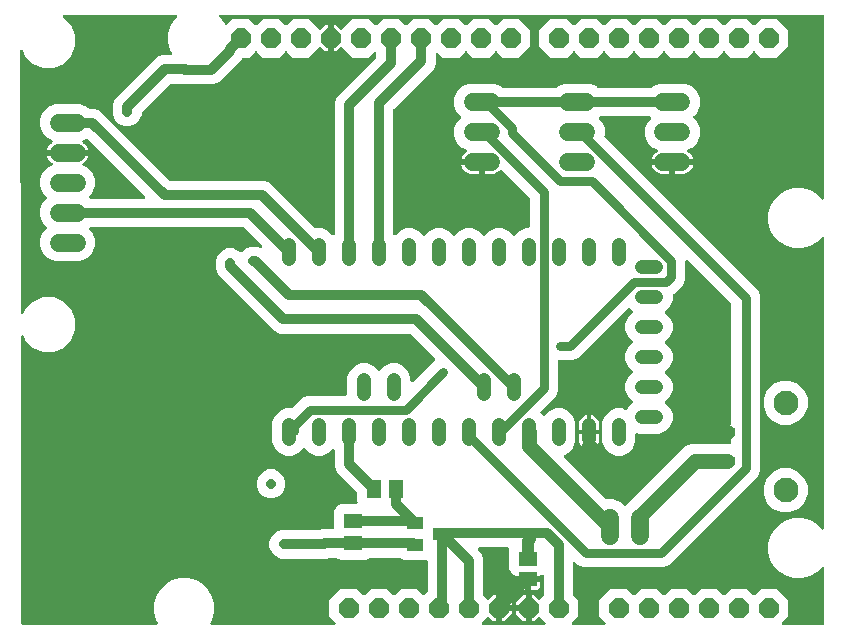
<source format=gbr>
G04 EAGLE Gerber RS-274X export*
G75*
%MOMM*%
%FSLAX34Y34*%
%LPD*%
%INTop Copper*%
%IPPOS*%
%AMOC8*
5,1,8,0,0,1.08239X$1,22.5*%
G01*
%ADD10C,1.524000*%
%ADD11R,1.300000X1.600000*%
%ADD12R,1.600000X1.300000*%
%ADD13C,1.200000*%
%ADD14P,1.814519X8X22.500000*%
%ADD15R,1.400000X1.000000*%
%ADD16R,2.700000X0.700000*%
%ADD17C,2.100000*%
%ADD18R,1.500000X1.300000*%
%ADD19C,0.650000*%
%ADD20C,1.016000*%
%ADD21C,1.270000*%
%ADD22C,0.812800*%
%ADD23C,0.100000*%
%ADD24C,0.800000*%
%ADD25C,0.600000*%

G36*
X126552Y11447D02*
X126552Y11447D01*
X126684Y11458D01*
X126710Y11467D01*
X126737Y11471D01*
X126859Y11519D01*
X126985Y11563D01*
X127007Y11578D01*
X127032Y11588D01*
X127139Y11665D01*
X127250Y11739D01*
X127268Y11759D01*
X127290Y11774D01*
X127374Y11877D01*
X127463Y11975D01*
X127475Y11999D01*
X127492Y12019D01*
X127549Y12139D01*
X127610Y12256D01*
X127616Y12283D01*
X127628Y12307D01*
X127653Y12437D01*
X127683Y12566D01*
X127683Y12593D01*
X127688Y12620D01*
X127680Y12752D01*
X127677Y12884D01*
X127670Y12910D01*
X127668Y12937D01*
X127627Y13063D01*
X127592Y13190D01*
X127575Y13225D01*
X127570Y13239D01*
X127558Y13258D01*
X127520Y13335D01*
X126237Y15557D01*
X124499Y22043D01*
X124499Y28757D01*
X126237Y35243D01*
X129594Y41058D01*
X134342Y45806D01*
X140157Y49163D01*
X146643Y50901D01*
X153357Y50901D01*
X159843Y49163D01*
X165658Y45806D01*
X170406Y41058D01*
X173763Y35243D01*
X175501Y28757D01*
X175501Y22043D01*
X173763Y15557D01*
X172480Y13335D01*
X172428Y13212D01*
X172372Y13093D01*
X172367Y13066D01*
X172356Y13041D01*
X172337Y12910D01*
X172312Y12781D01*
X172314Y12754D01*
X172310Y12727D01*
X172324Y12595D01*
X172332Y12463D01*
X172340Y12437D01*
X172343Y12411D01*
X172389Y12286D01*
X172430Y12161D01*
X172444Y12138D01*
X172454Y12112D01*
X172529Y12004D01*
X172600Y11892D01*
X172620Y11873D01*
X172635Y11851D01*
X172735Y11765D01*
X172832Y11674D01*
X172855Y11661D01*
X172876Y11643D01*
X172995Y11584D01*
X173110Y11520D01*
X173136Y11514D01*
X173161Y11502D01*
X173290Y11474D01*
X173418Y11441D01*
X173456Y11439D01*
X173472Y11435D01*
X173494Y11436D01*
X173579Y11431D01*
X277136Y11431D01*
X277274Y11448D01*
X277413Y11461D01*
X277432Y11468D01*
X277452Y11471D01*
X277581Y11522D01*
X277712Y11569D01*
X277729Y11580D01*
X277748Y11588D01*
X277860Y11669D01*
X277975Y11747D01*
X277989Y11763D01*
X278005Y11774D01*
X278094Y11882D01*
X278186Y11986D01*
X278195Y12004D01*
X278208Y12019D01*
X278267Y12145D01*
X278330Y12269D01*
X278335Y12289D01*
X278343Y12307D01*
X278369Y12443D01*
X278400Y12579D01*
X278399Y12600D01*
X278403Y12620D01*
X278394Y12758D01*
X278390Y12897D01*
X278385Y12917D01*
X278383Y12937D01*
X278340Y13069D01*
X278302Y13203D01*
X278292Y13220D01*
X278285Y13239D01*
X278211Y13357D01*
X278140Y13477D01*
X278122Y13498D01*
X278115Y13508D01*
X278100Y13522D01*
X278034Y13598D01*
X273017Y18614D01*
X273017Y32186D01*
X282614Y41783D01*
X296186Y41783D01*
X301203Y36766D01*
X301297Y36693D01*
X301386Y36614D01*
X301422Y36596D01*
X301454Y36571D01*
X301563Y36524D01*
X301669Y36470D01*
X301708Y36461D01*
X301746Y36445D01*
X301863Y36426D01*
X301979Y36400D01*
X302020Y36401D01*
X302060Y36395D01*
X302178Y36406D01*
X302297Y36410D01*
X302336Y36421D01*
X302376Y36425D01*
X302489Y36465D01*
X302603Y36498D01*
X302638Y36519D01*
X302676Y36532D01*
X302774Y36599D01*
X302877Y36660D01*
X302922Y36700D01*
X302939Y36711D01*
X302952Y36726D01*
X302998Y36766D01*
X308014Y41783D01*
X321586Y41783D01*
X326603Y36766D01*
X326697Y36693D01*
X326786Y36614D01*
X326822Y36596D01*
X326854Y36571D01*
X326963Y36524D01*
X327069Y36470D01*
X327108Y36461D01*
X327146Y36445D01*
X327263Y36426D01*
X327379Y36400D01*
X327420Y36401D01*
X327460Y36395D01*
X327578Y36406D01*
X327697Y36410D01*
X327736Y36421D01*
X327776Y36425D01*
X327889Y36465D01*
X328003Y36498D01*
X328038Y36519D01*
X328076Y36532D01*
X328174Y36599D01*
X328277Y36660D01*
X328322Y36700D01*
X328339Y36711D01*
X328352Y36726D01*
X328398Y36766D01*
X333414Y41783D01*
X346986Y41783D01*
X352003Y36766D01*
X352097Y36693D01*
X352186Y36614D01*
X352222Y36596D01*
X352254Y36571D01*
X352363Y36524D01*
X352469Y36470D01*
X352508Y36461D01*
X352546Y36445D01*
X352663Y36426D01*
X352779Y36400D01*
X352820Y36401D01*
X352860Y36395D01*
X352978Y36406D01*
X353097Y36410D01*
X353136Y36421D01*
X353176Y36425D01*
X353288Y36465D01*
X353403Y36498D01*
X353438Y36519D01*
X353476Y36532D01*
X353574Y36599D01*
X353677Y36660D01*
X353722Y36700D01*
X353739Y36711D01*
X353752Y36726D01*
X353798Y36766D01*
X355864Y38832D01*
X355924Y38910D01*
X355992Y38983D01*
X356021Y39036D01*
X356058Y39083D01*
X356098Y39174D01*
X356146Y39261D01*
X356161Y39320D01*
X356185Y39375D01*
X356200Y39473D01*
X356225Y39569D01*
X356231Y39669D01*
X356235Y39689D01*
X356233Y39702D01*
X356235Y39730D01*
X356235Y64805D01*
X356229Y64854D01*
X356231Y64904D01*
X356209Y65011D01*
X356195Y65120D01*
X356177Y65167D01*
X356167Y65215D01*
X356119Y65314D01*
X356078Y65416D01*
X356049Y65456D01*
X356027Y65501D01*
X355956Y65584D01*
X355892Y65673D01*
X355853Y65705D01*
X355821Y65743D01*
X355731Y65806D01*
X355647Y65876D01*
X355602Y65897D01*
X355561Y65926D01*
X355458Y65965D01*
X355359Y66012D01*
X355310Y66021D01*
X355264Y66039D01*
X355154Y66051D01*
X355047Y66072D01*
X354997Y66068D01*
X354948Y66074D01*
X354839Y66059D01*
X354729Y66052D01*
X354682Y66036D01*
X354633Y66030D01*
X354480Y65977D01*
X354291Y65899D01*
X337109Y65899D01*
X334168Y67117D01*
X333322Y67964D01*
X333243Y68024D01*
X333171Y68092D01*
X333118Y68121D01*
X333070Y68158D01*
X332980Y68198D01*
X332893Y68246D01*
X332834Y68261D01*
X332779Y68285D01*
X332681Y68300D01*
X332585Y68325D01*
X332485Y68331D01*
X332465Y68335D01*
X332452Y68333D01*
X332424Y68335D01*
X307476Y68335D01*
X307378Y68323D01*
X307278Y68320D01*
X307220Y68303D01*
X307160Y68295D01*
X307068Y68259D01*
X306973Y68231D01*
X306921Y68201D01*
X306864Y68178D01*
X306784Y68120D01*
X306699Y68070D01*
X306624Y68004D01*
X306607Y67992D01*
X306599Y67982D01*
X306578Y67963D01*
X305732Y67117D01*
X302791Y65899D01*
X283609Y65899D01*
X280668Y67117D01*
X279822Y67963D01*
X279744Y68024D01*
X279671Y68092D01*
X279618Y68121D01*
X279571Y68158D01*
X279480Y68198D01*
X279393Y68246D01*
X279334Y68261D01*
X279279Y68285D01*
X279181Y68300D01*
X279085Y68325D01*
X278985Y68331D01*
X278965Y68335D01*
X278952Y68333D01*
X278924Y68335D01*
X273325Y68335D01*
X273316Y68334D01*
X273307Y68335D01*
X273158Y68314D01*
X273010Y68295D01*
X273001Y68292D01*
X272992Y68291D01*
X272839Y68239D01*
X270900Y67435D01*
X231900Y67435D01*
X227466Y69272D01*
X224072Y72666D01*
X222235Y77100D01*
X222235Y81900D01*
X224072Y86334D01*
X227466Y89728D01*
X231900Y91565D01*
X264575Y91565D01*
X264584Y91566D01*
X264593Y91565D01*
X264742Y91586D01*
X264890Y91605D01*
X264899Y91608D01*
X264908Y91609D01*
X265061Y91661D01*
X267000Y92465D01*
X275930Y92465D01*
X276048Y92480D01*
X276167Y92487D01*
X276205Y92500D01*
X276246Y92505D01*
X276356Y92548D01*
X276469Y92585D01*
X276504Y92607D01*
X276541Y92622D01*
X276637Y92691D01*
X276738Y92755D01*
X276766Y92785D01*
X276799Y92808D01*
X276875Y92900D01*
X276956Y92987D01*
X276976Y93022D01*
X277001Y93053D01*
X277052Y93161D01*
X277110Y93265D01*
X277120Y93305D01*
X277137Y93341D01*
X277159Y93458D01*
X277189Y93573D01*
X277193Y93633D01*
X277197Y93653D01*
X277195Y93674D01*
X277199Y93734D01*
X277199Y107491D01*
X278417Y110432D01*
X280668Y112683D01*
X283609Y113901D01*
X295628Y113901D01*
X295678Y113907D01*
X295727Y113905D01*
X295835Y113927D01*
X295944Y113941D01*
X295990Y113959D01*
X296039Y113969D01*
X296138Y114017D01*
X296240Y114058D01*
X296280Y114087D01*
X296325Y114109D01*
X296408Y114180D01*
X296497Y114244D01*
X296529Y114283D01*
X296567Y114315D01*
X296630Y114405D01*
X296700Y114489D01*
X296721Y114534D01*
X296750Y114575D01*
X296789Y114678D01*
X296835Y114777D01*
X296845Y114826D01*
X296862Y114872D01*
X296875Y114982D01*
X296895Y115089D01*
X296892Y115139D01*
X296898Y115188D01*
X296882Y115297D01*
X296875Y115407D01*
X296860Y115454D01*
X296853Y115503D01*
X296801Y115656D01*
X296199Y117109D01*
X296199Y123613D01*
X296187Y123711D01*
X296184Y123810D01*
X296167Y123868D01*
X296159Y123928D01*
X296123Y124020D01*
X296095Y124116D01*
X296065Y124168D01*
X296042Y124224D01*
X295984Y124304D01*
X295934Y124390D01*
X295868Y124465D01*
X295856Y124481D01*
X295846Y124489D01*
X295828Y124510D01*
X279372Y140966D01*
X277535Y145400D01*
X277535Y159071D01*
X277518Y159208D01*
X277505Y159347D01*
X277498Y159367D01*
X277495Y159387D01*
X277444Y159515D01*
X277397Y159647D01*
X277386Y159663D01*
X277378Y159682D01*
X277297Y159795D01*
X277219Y159910D01*
X277203Y159923D01*
X277192Y159940D01*
X277084Y160028D01*
X276980Y160120D01*
X276962Y160129D01*
X276947Y160142D01*
X276821Y160202D01*
X276697Y160265D01*
X276677Y160269D01*
X276659Y160278D01*
X276523Y160304D01*
X276387Y160335D01*
X276366Y160334D01*
X276347Y160338D01*
X276208Y160329D01*
X276069Y160325D01*
X276049Y160319D01*
X276029Y160318D01*
X275897Y160275D01*
X275763Y160236D01*
X275746Y160226D01*
X275727Y160220D01*
X275609Y160145D01*
X275489Y160075D01*
X275468Y160056D01*
X275458Y160050D01*
X275444Y160035D01*
X275369Y159969D01*
X272131Y156731D01*
X266985Y154599D01*
X261415Y154599D01*
X256269Y156731D01*
X252398Y160602D01*
X252303Y160676D01*
X252214Y160754D01*
X252178Y160773D01*
X252146Y160797D01*
X252037Y160845D01*
X251931Y160899D01*
X251892Y160908D01*
X251854Y160924D01*
X251737Y160942D01*
X251621Y160968D01*
X251580Y160967D01*
X251540Y160974D01*
X251422Y160962D01*
X251303Y160959D01*
X251264Y160948D01*
X251224Y160944D01*
X251111Y160903D01*
X250997Y160870D01*
X250963Y160850D01*
X250924Y160836D01*
X250826Y160769D01*
X250723Y160709D01*
X250678Y160669D01*
X250661Y160658D01*
X250648Y160642D01*
X250603Y160602D01*
X246731Y156731D01*
X241585Y154599D01*
X236015Y154599D01*
X230869Y156731D01*
X226931Y160669D01*
X224799Y165815D01*
X224799Y183385D01*
X226931Y188531D01*
X230869Y192469D01*
X236015Y194601D01*
X240103Y194601D01*
X240202Y194613D01*
X240301Y194616D01*
X240359Y194633D01*
X240419Y194641D01*
X240511Y194677D01*
X240606Y194705D01*
X240658Y194735D01*
X240715Y194758D01*
X240795Y194816D01*
X240880Y194866D01*
X240955Y194932D01*
X240972Y194944D01*
X240980Y194954D01*
X241001Y194972D01*
X249702Y203674D01*
X254113Y205501D01*
X287030Y205501D01*
X287148Y205516D01*
X287267Y205523D01*
X287305Y205536D01*
X287346Y205541D01*
X287456Y205584D01*
X287569Y205621D01*
X287604Y205643D01*
X287641Y205658D01*
X287737Y205727D01*
X287838Y205791D01*
X287866Y205821D01*
X287899Y205844D01*
X287975Y205936D01*
X288056Y206023D01*
X288076Y206058D01*
X288101Y206089D01*
X288152Y206197D01*
X288210Y206301D01*
X288220Y206341D01*
X288237Y206377D01*
X288259Y206494D01*
X288289Y206609D01*
X288293Y206669D01*
X288297Y206689D01*
X288295Y206710D01*
X288299Y206770D01*
X288299Y221485D01*
X290431Y226631D01*
X294369Y230569D01*
X299515Y232701D01*
X305085Y232701D01*
X310231Y230569D01*
X314102Y226698D01*
X314197Y226624D01*
X314286Y226546D01*
X314322Y226527D01*
X314354Y226503D01*
X314463Y226455D01*
X314569Y226401D01*
X314608Y226392D01*
X314646Y226376D01*
X314763Y226358D01*
X314879Y226332D01*
X314920Y226333D01*
X314960Y226326D01*
X315078Y226338D01*
X315197Y226341D01*
X315236Y226352D01*
X315276Y226356D01*
X315389Y226397D01*
X315503Y226430D01*
X315537Y226450D01*
X315576Y226464D01*
X315674Y226531D01*
X315777Y226591D01*
X315822Y226631D01*
X315839Y226642D01*
X315852Y226658D01*
X315897Y226698D01*
X319769Y230569D01*
X324915Y232701D01*
X330485Y232701D01*
X335631Y230569D01*
X339569Y226631D01*
X341701Y221485D01*
X341701Y217737D01*
X341718Y217599D01*
X341731Y217460D01*
X341738Y217441D01*
X341741Y217421D01*
X341792Y217292D01*
X341839Y217161D01*
X341850Y217144D01*
X341858Y217125D01*
X341939Y217013D01*
X342017Y216898D01*
X342033Y216884D01*
X342044Y216868D01*
X342152Y216779D01*
X342256Y216687D01*
X342274Y216678D01*
X342289Y216665D01*
X342415Y216606D01*
X342539Y216543D01*
X342559Y216538D01*
X342577Y216530D01*
X342713Y216504D01*
X342849Y216473D01*
X342870Y216474D01*
X342889Y216470D01*
X343028Y216479D01*
X343167Y216483D01*
X343187Y216488D01*
X343207Y216490D01*
X343339Y216532D01*
X343473Y216571D01*
X343490Y216581D01*
X343509Y216588D01*
X343627Y216662D01*
X343747Y216733D01*
X343768Y216751D01*
X343778Y216758D01*
X343792Y216773D01*
X343867Y216839D01*
X362327Y235299D01*
X362329Y235300D01*
X362333Y235305D01*
X362381Y235352D01*
X362410Y235391D01*
X362479Y235457D01*
X362506Y235500D01*
X362539Y235538D01*
X362567Y235593D01*
X362576Y235604D01*
X362590Y235638D01*
X362646Y235727D01*
X362661Y235776D01*
X362684Y235822D01*
X362699Y235889D01*
X362702Y235895D01*
X362705Y235916D01*
X362708Y235928D01*
X362740Y236031D01*
X362743Y236082D01*
X362754Y236132D01*
X362751Y236207D01*
X362752Y236209D01*
X362751Y236216D01*
X362750Y236240D01*
X362756Y236349D01*
X362746Y236399D01*
X362744Y236450D01*
X362714Y236554D01*
X362692Y236660D01*
X362670Y236706D01*
X362656Y236755D01*
X362601Y236849D01*
X362553Y236946D01*
X362520Y236985D01*
X362494Y237029D01*
X362388Y237150D01*
X341974Y257564D01*
X341896Y257624D01*
X341824Y257692D01*
X341771Y257721D01*
X341723Y257758D01*
X341632Y257798D01*
X341545Y257846D01*
X341487Y257861D01*
X341431Y257885D01*
X341333Y257900D01*
X341238Y257925D01*
X341138Y257931D01*
X341117Y257935D01*
X341105Y257933D01*
X341077Y257935D01*
X231600Y257935D01*
X227166Y259772D01*
X178772Y308166D01*
X176935Y312600D01*
X176935Y320400D01*
X178772Y324834D01*
X182166Y328228D01*
X186600Y330065D01*
X191400Y330065D01*
X195834Y328228D01*
X197103Y326960D01*
X197197Y326887D01*
X197286Y326808D01*
X197322Y326790D01*
X197354Y326765D01*
X197463Y326717D01*
X197569Y326663D01*
X197608Y326654D01*
X197646Y326638D01*
X197763Y326620D01*
X197879Y326594D01*
X197920Y326595D01*
X197960Y326588D01*
X198078Y326600D01*
X198197Y326603D01*
X198236Y326615D01*
X198276Y326618D01*
X198389Y326659D01*
X198503Y326692D01*
X198538Y326712D01*
X198576Y326726D01*
X198674Y326793D01*
X198777Y326853D01*
X198822Y326893D01*
X198839Y326904D01*
X198852Y326920D01*
X198898Y326960D01*
X201666Y329728D01*
X206100Y331565D01*
X212400Y331565D01*
X214653Y330631D01*
X214720Y330613D01*
X214785Y330585D01*
X214873Y330571D01*
X214960Y330547D01*
X215030Y330546D01*
X215099Y330535D01*
X215188Y330544D01*
X215278Y330542D01*
X215346Y330559D01*
X215415Y330565D01*
X215500Y330596D01*
X215587Y330617D01*
X215649Y330649D01*
X215715Y330673D01*
X215789Y330723D01*
X215868Y330765D01*
X215920Y330812D01*
X215978Y330851D01*
X216037Y330919D01*
X216104Y330979D01*
X216142Y331037D01*
X216188Y331090D01*
X216229Y331170D01*
X216278Y331245D01*
X216301Y331311D01*
X216333Y331373D01*
X216352Y331461D01*
X216382Y331546D01*
X216387Y331615D01*
X216402Y331683D01*
X216400Y331773D01*
X216407Y331863D01*
X216395Y331931D01*
X216393Y332001D01*
X216368Y332087D01*
X216352Y332176D01*
X216324Y332240D01*
X216304Y332307D01*
X216259Y332384D01*
X216222Y332466D01*
X216178Y332521D01*
X216143Y332581D01*
X216036Y332701D01*
X200974Y347764D01*
X200896Y347824D01*
X200824Y347892D01*
X200771Y347921D01*
X200723Y347958D01*
X200632Y347998D01*
X200545Y348046D01*
X200487Y348061D01*
X200431Y348085D01*
X200333Y348100D01*
X200238Y348125D01*
X200138Y348131D01*
X200117Y348135D01*
X200105Y348133D01*
X200077Y348135D01*
X70840Y348135D01*
X70703Y348118D01*
X70564Y348105D01*
X70545Y348098D01*
X70524Y348095D01*
X70396Y348044D01*
X70264Y347997D01*
X70248Y347986D01*
X70229Y347978D01*
X70116Y347897D01*
X70001Y347819D01*
X69988Y347803D01*
X69971Y347792D01*
X69883Y347684D01*
X69791Y347580D01*
X69782Y347562D01*
X69769Y347547D01*
X69709Y347421D01*
X69646Y347297D01*
X69642Y347277D01*
X69633Y347259D01*
X69607Y347123D01*
X69577Y346987D01*
X69577Y346966D01*
X69573Y346947D01*
X69582Y346808D01*
X69586Y346669D01*
X69592Y346649D01*
X69593Y346629D01*
X69636Y346497D01*
X69675Y346363D01*
X69685Y346346D01*
X69691Y346327D01*
X69766Y346209D01*
X69836Y346089D01*
X69855Y346068D01*
X69861Y346058D01*
X69876Y346044D01*
X69943Y345969D01*
X72263Y343648D01*
X74641Y337907D01*
X74641Y331693D01*
X72263Y325952D01*
X67868Y321557D01*
X62127Y319179D01*
X40673Y319179D01*
X34932Y321557D01*
X30537Y325952D01*
X28159Y331693D01*
X28159Y337907D01*
X30537Y343648D01*
X33491Y346602D01*
X33565Y346697D01*
X33643Y346786D01*
X33662Y346822D01*
X33686Y346854D01*
X33734Y346963D01*
X33788Y347069D01*
X33797Y347108D01*
X33813Y347146D01*
X33831Y347263D01*
X33857Y347379D01*
X33856Y347420D01*
X33863Y347460D01*
X33851Y347578D01*
X33848Y347697D01*
X33837Y347736D01*
X33833Y347776D01*
X33792Y347889D01*
X33759Y348003D01*
X33739Y348037D01*
X33725Y348076D01*
X33658Y348174D01*
X33598Y348277D01*
X33558Y348322D01*
X33547Y348339D01*
X33531Y348352D01*
X33491Y348397D01*
X30537Y351352D01*
X28159Y357093D01*
X28159Y363307D01*
X30537Y369048D01*
X33491Y372002D01*
X33565Y372097D01*
X33643Y372186D01*
X33662Y372222D01*
X33686Y372254D01*
X33734Y372363D01*
X33788Y372469D01*
X33797Y372508D01*
X33813Y372546D01*
X33831Y372663D01*
X33857Y372779D01*
X33856Y372820D01*
X33863Y372860D01*
X33851Y372978D01*
X33848Y373097D01*
X33837Y373136D01*
X33833Y373176D01*
X33792Y373289D01*
X33759Y373403D01*
X33739Y373437D01*
X33725Y373476D01*
X33658Y373574D01*
X33598Y373677D01*
X33558Y373722D01*
X33547Y373739D01*
X33531Y373752D01*
X33491Y373797D01*
X30537Y376752D01*
X28159Y382493D01*
X28159Y388707D01*
X30537Y394448D01*
X34932Y398843D01*
X38121Y400164D01*
X38250Y400237D01*
X38381Y400309D01*
X38388Y400316D01*
X38397Y400321D01*
X38504Y400425D01*
X38613Y400527D01*
X38618Y400535D01*
X38626Y400542D01*
X38703Y400669D01*
X38783Y400795D01*
X38786Y400805D01*
X38792Y400814D01*
X38836Y400956D01*
X38882Y401097D01*
X38882Y401108D01*
X38885Y401118D01*
X38892Y401266D01*
X38902Y401415D01*
X38900Y401425D01*
X38901Y401435D01*
X38870Y401581D01*
X38843Y401727D01*
X38838Y401737D01*
X38836Y401747D01*
X38770Y401881D01*
X38708Y402015D01*
X38701Y402023D01*
X38697Y402032D01*
X38600Y402145D01*
X38505Y402260D01*
X38494Y402269D01*
X38490Y402274D01*
X38478Y402283D01*
X38381Y402363D01*
X37161Y403250D01*
X36030Y404381D01*
X35090Y405675D01*
X34364Y407100D01*
X33921Y408461D01*
X50130Y408461D01*
X50248Y408476D01*
X50367Y408483D01*
X50405Y408496D01*
X50445Y408501D01*
X50556Y408544D01*
X50669Y408581D01*
X50703Y408603D01*
X50741Y408618D01*
X50837Y408688D01*
X50938Y408751D01*
X50966Y408781D01*
X50998Y408804D01*
X51074Y408896D01*
X51156Y408983D01*
X51175Y409018D01*
X51201Y409049D01*
X51252Y409157D01*
X51309Y409261D01*
X51320Y409301D01*
X51337Y409337D01*
X51359Y409454D01*
X51389Y409569D01*
X51393Y409630D01*
X51397Y409650D01*
X51395Y409670D01*
X51399Y409730D01*
X51399Y412270D01*
X51384Y412388D01*
X51377Y412507D01*
X51364Y412545D01*
X51359Y412585D01*
X51315Y412696D01*
X51279Y412809D01*
X51257Y412844D01*
X51242Y412881D01*
X51172Y412977D01*
X51109Y413078D01*
X51079Y413106D01*
X51055Y413139D01*
X50964Y413214D01*
X50877Y413296D01*
X50842Y413316D01*
X50810Y413341D01*
X50703Y413392D01*
X50598Y413450D01*
X50559Y413460D01*
X50523Y413477D01*
X50406Y413499D01*
X50291Y413529D01*
X50230Y413533D01*
X50210Y413537D01*
X50190Y413535D01*
X50130Y413539D01*
X33921Y413539D01*
X34364Y414900D01*
X35090Y416325D01*
X36030Y417619D01*
X37161Y418750D01*
X38381Y419637D01*
X38489Y419738D01*
X38600Y419839D01*
X38606Y419848D01*
X38613Y419855D01*
X38693Y419980D01*
X38775Y420105D01*
X38778Y420114D01*
X38783Y420123D01*
X38830Y420265D01*
X38878Y420405D01*
X38879Y420416D01*
X38882Y420425D01*
X38891Y420573D01*
X38903Y420722D01*
X38901Y420733D01*
X38902Y420743D01*
X38874Y420889D01*
X38849Y421036D01*
X38844Y421045D01*
X38842Y421055D01*
X38779Y421190D01*
X38718Y421326D01*
X38712Y421334D01*
X38707Y421343D01*
X38613Y421458D01*
X38519Y421574D01*
X38511Y421580D01*
X38505Y421588D01*
X38384Y421676D01*
X38265Y421765D01*
X38253Y421772D01*
X38248Y421775D01*
X38234Y421781D01*
X38121Y421836D01*
X34932Y423157D01*
X30537Y427552D01*
X28159Y433293D01*
X28159Y439507D01*
X30537Y445248D01*
X34932Y449643D01*
X40673Y452021D01*
X62127Y452021D01*
X67868Y449643D01*
X68675Y448837D01*
X68753Y448776D01*
X68825Y448708D01*
X68878Y448679D01*
X68926Y448642D01*
X69017Y448602D01*
X69103Y448554D01*
X69162Y448539D01*
X69218Y448515D01*
X69316Y448500D01*
X69411Y448475D01*
X69511Y448469D01*
X69532Y448465D01*
X69544Y448467D01*
X69572Y448465D01*
X74500Y448465D01*
X78934Y446628D01*
X138126Y387436D01*
X138204Y387376D01*
X138276Y387308D01*
X138329Y387279D01*
X138377Y387242D01*
X138468Y387202D01*
X138555Y387154D01*
X138613Y387139D01*
X138669Y387115D01*
X138767Y387100D01*
X138862Y387075D01*
X138962Y387069D01*
X138983Y387065D01*
X138995Y387067D01*
X139023Y387065D01*
X218600Y387065D01*
X223034Y385228D01*
X260890Y347372D01*
X260968Y347312D01*
X261040Y347244D01*
X261093Y347215D01*
X261141Y347178D01*
X261232Y347138D01*
X261319Y347090D01*
X261377Y347075D01*
X261433Y347051D01*
X261531Y347036D01*
X261626Y347011D01*
X261726Y347005D01*
X261747Y347001D01*
X261759Y347003D01*
X261787Y347001D01*
X266985Y347001D01*
X272131Y344869D01*
X275369Y341631D01*
X275478Y341546D01*
X275585Y341458D01*
X275604Y341449D01*
X275620Y341437D01*
X275748Y341381D01*
X275873Y341322D01*
X275893Y341318D01*
X275912Y341310D01*
X276050Y341288D01*
X276186Y341262D01*
X276206Y341264D01*
X276226Y341260D01*
X276365Y341273D01*
X276503Y341282D01*
X276522Y341288D01*
X276542Y341290D01*
X276674Y341337D01*
X276805Y341380D01*
X276823Y341391D01*
X276842Y341398D01*
X276957Y341476D01*
X277074Y341550D01*
X277088Y341565D01*
X277105Y341576D01*
X277197Y341681D01*
X277292Y341782D01*
X277302Y341800D01*
X277315Y341815D01*
X277379Y341939D01*
X277446Y342060D01*
X277451Y342080D01*
X277460Y342098D01*
X277490Y342234D01*
X277525Y342368D01*
X277527Y342396D01*
X277530Y342408D01*
X277529Y342429D01*
X277535Y342529D01*
X277535Y454000D01*
X279372Y458434D01*
X312524Y491586D01*
X312584Y491664D01*
X312652Y491736D01*
X312674Y491776D01*
X312691Y491796D01*
X312697Y491809D01*
X312718Y491837D01*
X312758Y491928D01*
X312806Y492015D01*
X312820Y492070D01*
X312826Y492084D01*
X312827Y492088D01*
X312845Y492129D01*
X312860Y492227D01*
X312885Y492322D01*
X312891Y492422D01*
X312895Y492443D01*
X312893Y492455D01*
X312895Y492483D01*
X312895Y495102D01*
X312878Y495240D01*
X312865Y495379D01*
X312858Y495398D01*
X312855Y495418D01*
X312804Y495547D01*
X312757Y495678D01*
X312746Y495695D01*
X312738Y495714D01*
X312657Y495826D01*
X312579Y495941D01*
X312563Y495955D01*
X312552Y495971D01*
X312444Y496060D01*
X312340Y496152D01*
X312322Y496161D01*
X312307Y496174D01*
X312181Y496233D01*
X312057Y496296D01*
X312037Y496301D01*
X312019Y496309D01*
X311883Y496335D01*
X311747Y496366D01*
X311726Y496365D01*
X311707Y496369D01*
X311568Y496360D01*
X311429Y496356D01*
X311409Y496351D01*
X311389Y496349D01*
X311257Y496307D01*
X311123Y496268D01*
X311106Y496258D01*
X311087Y496251D01*
X310969Y496177D01*
X310849Y496106D01*
X310828Y496088D01*
X310818Y496081D01*
X310804Y496066D01*
X310729Y496000D01*
X306346Y491617D01*
X292774Y491617D01*
X283897Y500495D01*
X283803Y500568D01*
X283713Y500646D01*
X283677Y500665D01*
X283645Y500690D01*
X283536Y500737D01*
X283430Y500791D01*
X283391Y500800D01*
X283354Y500816D01*
X283236Y500835D01*
X283120Y500861D01*
X283080Y500859D01*
X283039Y500866D01*
X282921Y500855D01*
X282802Y500851D01*
X282763Y500840D01*
X282723Y500836D01*
X282611Y500796D01*
X282496Y500763D01*
X282462Y500742D01*
X282424Y500728D01*
X282325Y500661D01*
X282223Y500601D01*
X282177Y500561D01*
X282160Y500550D01*
X282147Y500534D01*
X282102Y500495D01*
X278684Y497077D01*
X276659Y497077D01*
X276659Y506770D01*
X276644Y506888D01*
X276637Y507007D01*
X276624Y507045D01*
X276619Y507085D01*
X276576Y507196D01*
X276539Y507309D01*
X276517Y507343D01*
X276502Y507381D01*
X276433Y507477D01*
X276369Y507578D01*
X276339Y507606D01*
X276316Y507638D01*
X276224Y507714D01*
X276137Y507796D01*
X276102Y507815D01*
X276071Y507841D01*
X275963Y507892D01*
X275859Y507949D01*
X275819Y507959D01*
X275783Y507977D01*
X275676Y507997D01*
X275706Y508001D01*
X275816Y508045D01*
X275929Y508081D01*
X275964Y508103D01*
X276001Y508118D01*
X276097Y508188D01*
X276198Y508251D01*
X276226Y508281D01*
X276259Y508305D01*
X276335Y508396D01*
X276416Y508483D01*
X276436Y508518D01*
X276461Y508550D01*
X276512Y508657D01*
X276570Y508762D01*
X276580Y508801D01*
X276597Y508837D01*
X276619Y508954D01*
X276649Y509070D01*
X276653Y509130D01*
X276657Y509150D01*
X276655Y509170D01*
X276659Y509230D01*
X276659Y518923D01*
X278684Y518923D01*
X282102Y515505D01*
X282196Y515432D01*
X282285Y515354D01*
X282321Y515335D01*
X282353Y515310D01*
X282462Y515263D01*
X282568Y515209D01*
X282608Y515200D01*
X282645Y515184D01*
X282763Y515165D01*
X282879Y515139D01*
X282919Y515141D01*
X282959Y515134D01*
X283078Y515145D01*
X283196Y515149D01*
X283235Y515160D01*
X283276Y515164D01*
X283388Y515204D01*
X283502Y515237D01*
X283537Y515258D01*
X283575Y515272D01*
X283674Y515339D01*
X283776Y515399D01*
X283821Y515439D01*
X283838Y515450D01*
X283851Y515466D01*
X283897Y515505D01*
X292774Y524383D01*
X306346Y524383D01*
X311363Y519366D01*
X311457Y519293D01*
X311546Y519214D01*
X311582Y519196D01*
X311614Y519171D01*
X311723Y519124D01*
X311829Y519070D01*
X311868Y519061D01*
X311906Y519045D01*
X312023Y519026D01*
X312139Y519000D01*
X312180Y519001D01*
X312220Y518995D01*
X312338Y519006D01*
X312457Y519010D01*
X312496Y519021D01*
X312536Y519025D01*
X312649Y519065D01*
X312763Y519098D01*
X312798Y519119D01*
X312836Y519132D01*
X312934Y519199D01*
X313037Y519260D01*
X313082Y519300D01*
X313099Y519311D01*
X313112Y519326D01*
X313158Y519366D01*
X318174Y524383D01*
X331746Y524383D01*
X336763Y519366D01*
X336857Y519293D01*
X336946Y519214D01*
X336982Y519196D01*
X337014Y519171D01*
X337123Y519124D01*
X337229Y519070D01*
X337268Y519061D01*
X337306Y519045D01*
X337423Y519026D01*
X337539Y519000D01*
X337580Y519001D01*
X337620Y518995D01*
X337738Y519006D01*
X337857Y519010D01*
X337896Y519021D01*
X337936Y519025D01*
X338049Y519065D01*
X338163Y519098D01*
X338198Y519119D01*
X338236Y519132D01*
X338334Y519199D01*
X338437Y519260D01*
X338482Y519300D01*
X338499Y519311D01*
X338512Y519326D01*
X338558Y519366D01*
X343574Y524383D01*
X357146Y524383D01*
X362163Y519366D01*
X362257Y519293D01*
X362346Y519214D01*
X362382Y519196D01*
X362414Y519171D01*
X362523Y519124D01*
X362629Y519070D01*
X362668Y519061D01*
X362706Y519045D01*
X362823Y519026D01*
X362939Y519000D01*
X362980Y519001D01*
X363020Y518995D01*
X363138Y519006D01*
X363257Y519010D01*
X363296Y519021D01*
X363336Y519025D01*
X363449Y519065D01*
X363563Y519098D01*
X363598Y519119D01*
X363636Y519132D01*
X363734Y519199D01*
X363837Y519260D01*
X363882Y519300D01*
X363899Y519311D01*
X363912Y519326D01*
X363958Y519366D01*
X368974Y524383D01*
X382546Y524383D01*
X387563Y519366D01*
X387657Y519293D01*
X387746Y519214D01*
X387782Y519196D01*
X387814Y519171D01*
X387923Y519124D01*
X388029Y519070D01*
X388068Y519061D01*
X388106Y519045D01*
X388223Y519026D01*
X388339Y519000D01*
X388380Y519001D01*
X388420Y518995D01*
X388538Y519006D01*
X388657Y519010D01*
X388696Y519021D01*
X388736Y519025D01*
X388849Y519065D01*
X388963Y519098D01*
X388998Y519119D01*
X389036Y519132D01*
X389134Y519199D01*
X389237Y519260D01*
X389282Y519300D01*
X389299Y519311D01*
X389312Y519326D01*
X389358Y519366D01*
X394374Y524383D01*
X407946Y524383D01*
X412963Y519366D01*
X413057Y519293D01*
X413146Y519214D01*
X413182Y519196D01*
X413214Y519171D01*
X413323Y519124D01*
X413429Y519070D01*
X413468Y519061D01*
X413506Y519045D01*
X413623Y519026D01*
X413739Y519000D01*
X413780Y519001D01*
X413820Y518995D01*
X413938Y519006D01*
X414057Y519010D01*
X414096Y519021D01*
X414136Y519025D01*
X414249Y519065D01*
X414363Y519098D01*
X414398Y519119D01*
X414436Y519132D01*
X414534Y519199D01*
X414637Y519260D01*
X414682Y519300D01*
X414699Y519311D01*
X414712Y519326D01*
X414758Y519366D01*
X419774Y524383D01*
X433346Y524383D01*
X442943Y514786D01*
X442943Y501214D01*
X433346Y491617D01*
X419774Y491617D01*
X414758Y496634D01*
X414663Y496707D01*
X414574Y496786D01*
X414538Y496804D01*
X414506Y496829D01*
X414397Y496876D01*
X414291Y496930D01*
X414252Y496939D01*
X414214Y496955D01*
X414097Y496974D01*
X413981Y497000D01*
X413940Y496999D01*
X413900Y497005D01*
X413782Y496994D01*
X413663Y496990D01*
X413624Y496979D01*
X413584Y496975D01*
X413471Y496935D01*
X413357Y496902D01*
X413323Y496881D01*
X413284Y496868D01*
X413186Y496801D01*
X413083Y496740D01*
X413038Y496700D01*
X413021Y496689D01*
X413008Y496674D01*
X412963Y496634D01*
X407946Y491617D01*
X394374Y491617D01*
X389358Y496634D01*
X389263Y496707D01*
X389174Y496786D01*
X389138Y496804D01*
X389106Y496829D01*
X388997Y496876D01*
X388891Y496930D01*
X388852Y496939D01*
X388814Y496955D01*
X388697Y496974D01*
X388581Y497000D01*
X388540Y496999D01*
X388500Y497005D01*
X388382Y496994D01*
X388263Y496990D01*
X388224Y496979D01*
X388184Y496975D01*
X388071Y496935D01*
X387957Y496902D01*
X387923Y496881D01*
X387884Y496868D01*
X387786Y496801D01*
X387683Y496740D01*
X387638Y496700D01*
X387621Y496689D01*
X387608Y496674D01*
X387563Y496634D01*
X382546Y491617D01*
X368974Y491617D01*
X365231Y495360D01*
X365122Y495445D01*
X365015Y495534D01*
X364996Y495542D01*
X364980Y495555D01*
X364852Y495610D01*
X364727Y495669D01*
X364707Y495673D01*
X364688Y495681D01*
X364550Y495703D01*
X364414Y495729D01*
X364394Y495728D01*
X364374Y495731D01*
X364235Y495718D01*
X364097Y495709D01*
X364078Y495703D01*
X364058Y495701D01*
X363926Y495654D01*
X363795Y495611D01*
X363777Y495600D01*
X363758Y495594D01*
X363643Y495516D01*
X363526Y495441D01*
X363512Y495426D01*
X363495Y495415D01*
X363403Y495311D01*
X363308Y495210D01*
X363298Y495192D01*
X363285Y495177D01*
X363221Y495052D01*
X363154Y494931D01*
X363149Y494911D01*
X363140Y494893D01*
X363110Y494758D01*
X363075Y494623D01*
X363073Y494595D01*
X363070Y494583D01*
X363071Y494563D01*
X363065Y494462D01*
X363065Y486600D01*
X361228Y482166D01*
X327436Y448374D01*
X327376Y448296D01*
X327308Y448224D01*
X327279Y448171D01*
X327242Y448123D01*
X327202Y448032D01*
X327154Y447945D01*
X327139Y447887D01*
X327115Y447831D01*
X327100Y447733D01*
X327075Y447638D01*
X327069Y447538D01*
X327065Y447517D01*
X327067Y447505D01*
X327065Y447477D01*
X327065Y342529D01*
X327082Y342392D01*
X327095Y342253D01*
X327102Y342233D01*
X327105Y342213D01*
X327156Y342085D01*
X327203Y341953D01*
X327214Y341937D01*
X327222Y341918D01*
X327303Y341805D01*
X327381Y341690D01*
X327397Y341677D01*
X327408Y341660D01*
X327516Y341572D01*
X327620Y341480D01*
X327638Y341471D01*
X327653Y341458D01*
X327779Y341398D01*
X327903Y341335D01*
X327923Y341331D01*
X327941Y341322D01*
X328077Y341296D01*
X328213Y341265D01*
X328234Y341266D01*
X328253Y341262D01*
X328392Y341271D01*
X328531Y341275D01*
X328551Y341281D01*
X328571Y341282D01*
X328703Y341325D01*
X328837Y341364D01*
X328854Y341374D01*
X328873Y341380D01*
X328991Y341455D01*
X329111Y341525D01*
X329132Y341544D01*
X329142Y341550D01*
X329156Y341565D01*
X329231Y341631D01*
X332469Y344869D01*
X337615Y347001D01*
X343185Y347001D01*
X348331Y344869D01*
X352203Y340998D01*
X352297Y340924D01*
X352386Y340846D01*
X352422Y340827D01*
X352454Y340803D01*
X352563Y340755D01*
X352669Y340701D01*
X352708Y340692D01*
X352746Y340676D01*
X352863Y340658D01*
X352979Y340632D01*
X353020Y340633D01*
X353060Y340626D01*
X353178Y340638D01*
X353297Y340641D01*
X353336Y340652D01*
X353376Y340656D01*
X353489Y340697D01*
X353603Y340730D01*
X353638Y340750D01*
X353676Y340764D01*
X353774Y340831D01*
X353877Y340891D01*
X353922Y340931D01*
X353939Y340942D01*
X353952Y340958D01*
X353998Y340998D01*
X357869Y344869D01*
X363015Y347001D01*
X368585Y347001D01*
X373731Y344869D01*
X377603Y340998D01*
X377697Y340924D01*
X377786Y340846D01*
X377822Y340827D01*
X377854Y340803D01*
X377963Y340755D01*
X378069Y340701D01*
X378108Y340692D01*
X378146Y340676D01*
X378263Y340658D01*
X378379Y340632D01*
X378420Y340633D01*
X378460Y340626D01*
X378578Y340638D01*
X378697Y340641D01*
X378736Y340652D01*
X378776Y340656D01*
X378889Y340697D01*
X379003Y340730D01*
X379038Y340750D01*
X379076Y340764D01*
X379174Y340831D01*
X379277Y340891D01*
X379322Y340931D01*
X379339Y340942D01*
X379352Y340958D01*
X379398Y340998D01*
X383269Y344869D01*
X388415Y347001D01*
X393985Y347001D01*
X399131Y344869D01*
X403003Y340998D01*
X403097Y340924D01*
X403186Y340846D01*
X403222Y340827D01*
X403254Y340803D01*
X403363Y340755D01*
X403469Y340701D01*
X403508Y340692D01*
X403546Y340676D01*
X403663Y340658D01*
X403779Y340632D01*
X403820Y340633D01*
X403860Y340626D01*
X403978Y340638D01*
X404097Y340641D01*
X404136Y340652D01*
X404176Y340656D01*
X404289Y340697D01*
X404403Y340730D01*
X404438Y340750D01*
X404476Y340764D01*
X404574Y340831D01*
X404677Y340891D01*
X404722Y340931D01*
X404739Y340942D01*
X404752Y340958D01*
X404798Y340998D01*
X408669Y344869D01*
X413815Y347001D01*
X419385Y347001D01*
X424531Y344869D01*
X428403Y340998D01*
X428497Y340924D01*
X428586Y340846D01*
X428622Y340827D01*
X428654Y340803D01*
X428763Y340755D01*
X428869Y340701D01*
X428908Y340692D01*
X428946Y340676D01*
X429063Y340658D01*
X429179Y340632D01*
X429220Y340633D01*
X429260Y340626D01*
X429378Y340638D01*
X429497Y340641D01*
X429536Y340652D01*
X429576Y340656D01*
X429689Y340697D01*
X429803Y340730D01*
X429838Y340750D01*
X429876Y340764D01*
X429974Y340831D01*
X430077Y340891D01*
X430122Y340931D01*
X430139Y340942D01*
X430152Y340958D01*
X430198Y340998D01*
X434069Y344869D01*
X439215Y347001D01*
X441230Y347001D01*
X441348Y347016D01*
X441467Y347023D01*
X441505Y347036D01*
X441546Y347041D01*
X441656Y347084D01*
X441769Y347121D01*
X441804Y347143D01*
X441841Y347158D01*
X441937Y347227D01*
X442038Y347291D01*
X442066Y347321D01*
X442099Y347344D01*
X442175Y347436D01*
X442256Y347523D01*
X442276Y347558D01*
X442301Y347589D01*
X442352Y347697D01*
X442410Y347801D01*
X442420Y347841D01*
X442437Y347877D01*
X442459Y347994D01*
X442489Y348109D01*
X442493Y348169D01*
X442497Y348189D01*
X442495Y348210D01*
X442499Y348270D01*
X442499Y372503D01*
X442487Y372602D01*
X442484Y372701D01*
X442467Y372759D01*
X442459Y372819D01*
X442423Y372911D01*
X442395Y373006D01*
X442365Y373058D01*
X442342Y373115D01*
X442284Y373195D01*
X442234Y373280D01*
X442168Y373355D01*
X442156Y373372D01*
X442146Y373380D01*
X442128Y373401D01*
X419107Y396421D01*
X419013Y396494D01*
X418924Y396573D01*
X418888Y396591D01*
X418856Y396616D01*
X418746Y396664D01*
X418641Y396718D01*
X418601Y396726D01*
X418564Y396743D01*
X418446Y396761D01*
X418330Y396787D01*
X418290Y396786D01*
X418250Y396792D01*
X418131Y396781D01*
X418012Y396778D01*
X417974Y396766D01*
X417933Y396763D01*
X417821Y396722D01*
X417707Y396689D01*
X417672Y396669D01*
X417634Y396655D01*
X417536Y396588D01*
X417433Y396528D01*
X417388Y396488D01*
X417371Y396476D01*
X417357Y396461D01*
X417312Y396421D01*
X416258Y395367D01*
X414964Y394427D01*
X413539Y393701D01*
X412018Y393206D01*
X410438Y392956D01*
X404558Y392956D01*
X404558Y401847D01*
X404543Y401965D01*
X404535Y402084D01*
X404523Y402122D01*
X404518Y402162D01*
X404474Y402273D01*
X404437Y402386D01*
X404416Y402421D01*
X404401Y402458D01*
X404331Y402554D01*
X404267Y402655D01*
X404238Y402683D01*
X404214Y402715D01*
X404122Y402791D01*
X404036Y402873D01*
X404000Y402892D01*
X403969Y402918D01*
X403861Y402969D01*
X403757Y403026D01*
X403718Y403037D01*
X403681Y403054D01*
X403565Y403076D01*
X403449Y403106D01*
X403389Y403110D01*
X403369Y403114D01*
X403349Y403112D01*
X403288Y403116D01*
X402018Y403116D01*
X402018Y404387D01*
X402003Y404505D01*
X401995Y404624D01*
X401983Y404662D01*
X401978Y404703D01*
X401934Y404813D01*
X401897Y404926D01*
X401876Y404961D01*
X401861Y404998D01*
X401791Y405094D01*
X401727Y405195D01*
X401698Y405223D01*
X401674Y405256D01*
X401582Y405331D01*
X401495Y405413D01*
X401460Y405433D01*
X401429Y405458D01*
X401321Y405509D01*
X401217Y405567D01*
X401178Y405577D01*
X401141Y405594D01*
X401024Y405616D01*
X400909Y405646D01*
X400849Y405650D01*
X400829Y405654D01*
X400809Y405652D01*
X400748Y405656D01*
X384540Y405656D01*
X384982Y407017D01*
X385708Y408442D01*
X386648Y409736D01*
X387779Y410867D01*
X389000Y411754D01*
X389108Y411855D01*
X389218Y411956D01*
X389224Y411965D01*
X389232Y411972D01*
X389311Y412097D01*
X389393Y412222D01*
X389396Y412231D01*
X389402Y412240D01*
X389448Y412382D01*
X389496Y412522D01*
X389497Y412533D01*
X389500Y412542D01*
X389510Y412691D01*
X389522Y412839D01*
X389520Y412850D01*
X389520Y412860D01*
X389493Y413005D01*
X389467Y413153D01*
X389463Y413162D01*
X389461Y413172D01*
X389398Y413307D01*
X389337Y413443D01*
X389330Y413451D01*
X389326Y413460D01*
X389231Y413575D01*
X389138Y413691D01*
X389130Y413697D01*
X389123Y413705D01*
X389003Y413793D01*
X388884Y413882D01*
X388871Y413889D01*
X388866Y413892D01*
X388853Y413898D01*
X388739Y413953D01*
X385550Y415274D01*
X381156Y419669D01*
X378778Y425410D01*
X378778Y431624D01*
X381156Y437365D01*
X384110Y440320D01*
X384183Y440414D01*
X384262Y440503D01*
X384280Y440539D01*
X384305Y440571D01*
X384352Y440680D01*
X384406Y440786D01*
X384415Y440825D01*
X384431Y440863D01*
X384450Y440980D01*
X384476Y441096D01*
X384475Y441137D01*
X384481Y441177D01*
X384470Y441295D01*
X384466Y441414D01*
X384455Y441453D01*
X384451Y441493D01*
X384411Y441606D01*
X384378Y441720D01*
X384357Y441755D01*
X384344Y441793D01*
X384277Y441891D01*
X384216Y441994D01*
X384177Y442039D01*
X384165Y442056D01*
X384150Y442069D01*
X384110Y442115D01*
X381156Y445069D01*
X378778Y450810D01*
X378778Y457024D01*
X381156Y462765D01*
X385550Y467160D01*
X391291Y469538D01*
X412746Y469538D01*
X418487Y467160D01*
X419293Y466354D01*
X419371Y466293D01*
X419443Y466225D01*
X419497Y466196D01*
X419544Y466159D01*
X419635Y466119D01*
X419722Y466071D01*
X419781Y466056D01*
X419836Y466032D01*
X419934Y466017D01*
X420030Y465992D01*
X420130Y465986D01*
X420150Y465982D01*
X420163Y465984D01*
X420191Y465982D01*
X464580Y465982D01*
X464678Y465994D01*
X464778Y465997D01*
X464836Y466014D01*
X464896Y466022D01*
X464988Y466058D01*
X465083Y466086D01*
X465135Y466116D01*
X465192Y466139D01*
X465272Y466197D01*
X465357Y466247D01*
X465432Y466313D01*
X465449Y466325D01*
X465457Y466335D01*
X465478Y466354D01*
X466284Y467160D01*
X472025Y469538D01*
X493480Y469538D01*
X499221Y467160D01*
X500027Y466354D01*
X500105Y466293D01*
X500177Y466225D01*
X500230Y466196D01*
X500278Y466159D01*
X500369Y466119D01*
X500456Y466071D01*
X500514Y466056D01*
X500570Y466032D01*
X500668Y466017D01*
X500764Y465992D01*
X500864Y465986D01*
X500884Y465982D01*
X500896Y465984D01*
X500924Y465982D01*
X545314Y465982D01*
X545412Y465994D01*
X545511Y465997D01*
X545570Y466014D01*
X545630Y466022D01*
X545722Y466058D01*
X545817Y466086D01*
X545869Y466116D01*
X545925Y466139D01*
X546005Y466197D01*
X546091Y466247D01*
X546166Y466313D01*
X546183Y466325D01*
X546191Y466335D01*
X546212Y466354D01*
X547018Y467160D01*
X552759Y469538D01*
X574213Y469538D01*
X579955Y467160D01*
X584349Y462765D01*
X586727Y457024D01*
X586727Y450810D01*
X584349Y445069D01*
X581395Y442115D01*
X581322Y442020D01*
X581243Y441931D01*
X581225Y441895D01*
X581200Y441863D01*
X581153Y441754D01*
X581098Y441648D01*
X581090Y441609D01*
X581074Y441571D01*
X581055Y441454D01*
X581029Y441338D01*
X581030Y441297D01*
X581024Y441257D01*
X581035Y441139D01*
X581038Y441020D01*
X581050Y440981D01*
X581053Y440941D01*
X581094Y440829D01*
X581127Y440714D01*
X581147Y440680D01*
X581161Y440641D01*
X581228Y440543D01*
X581288Y440440D01*
X581328Y440395D01*
X581340Y440378D01*
X581355Y440365D01*
X581395Y440320D01*
X584349Y437365D01*
X586727Y431624D01*
X586727Y425410D01*
X584349Y419669D01*
X579955Y415274D01*
X576765Y413953D01*
X576636Y413880D01*
X576506Y413808D01*
X576498Y413801D01*
X576489Y413796D01*
X576382Y413692D01*
X576274Y413590D01*
X576268Y413582D01*
X576261Y413575D01*
X576183Y413448D01*
X576103Y413322D01*
X576100Y413312D01*
X576094Y413303D01*
X576051Y413161D01*
X576005Y413020D01*
X576004Y413009D01*
X576001Y412999D01*
X575994Y412851D01*
X575984Y412702D01*
X575986Y412692D01*
X575986Y412682D01*
X576016Y412536D01*
X576044Y412390D01*
X576048Y412381D01*
X576050Y412370D01*
X576116Y412236D01*
X576179Y412102D01*
X576185Y412094D01*
X576190Y412085D01*
X576287Y411971D01*
X576381Y411857D01*
X576392Y411848D01*
X576396Y411843D01*
X576408Y411834D01*
X576505Y411754D01*
X577725Y410867D01*
X578856Y409736D01*
X579796Y408442D01*
X580523Y407017D01*
X580965Y405656D01*
X564756Y405656D01*
X564638Y405641D01*
X564519Y405634D01*
X564481Y405621D01*
X564441Y405616D01*
X564330Y405573D01*
X564217Y405536D01*
X564183Y405514D01*
X564145Y405499D01*
X564049Y405429D01*
X563948Y405366D01*
X563921Y405336D01*
X563888Y405313D01*
X563812Y405221D01*
X563730Y405134D01*
X563711Y405099D01*
X563685Y405068D01*
X563634Y404960D01*
X563577Y404856D01*
X563567Y404816D01*
X563549Y404780D01*
X563527Y404663D01*
X563497Y404548D01*
X563494Y404487D01*
X563490Y404467D01*
X563491Y404447D01*
X563487Y404387D01*
X563487Y403116D01*
X563485Y403116D01*
X563485Y404387D01*
X563470Y404505D01*
X563463Y404624D01*
X563451Y404662D01*
X563446Y404703D01*
X563402Y404813D01*
X563365Y404926D01*
X563343Y404961D01*
X563328Y404998D01*
X563259Y405094D01*
X563195Y405195D01*
X563165Y405223D01*
X563142Y405256D01*
X563050Y405331D01*
X562963Y405413D01*
X562928Y405433D01*
X562897Y405458D01*
X562789Y405509D01*
X562685Y405567D01*
X562646Y405577D01*
X562609Y405594D01*
X562492Y405616D01*
X562377Y405646D01*
X562317Y405650D01*
X562297Y405654D01*
X562276Y405652D01*
X562216Y405656D01*
X546008Y405656D01*
X546450Y407017D01*
X547176Y408442D01*
X548116Y409736D01*
X549247Y410867D01*
X550467Y411754D01*
X550576Y411855D01*
X550686Y411956D01*
X550692Y411965D01*
X550699Y411972D01*
X550779Y412097D01*
X550861Y412222D01*
X550864Y412231D01*
X550870Y412240D01*
X550916Y412382D01*
X550964Y412522D01*
X550965Y412533D01*
X550968Y412542D01*
X550977Y412691D01*
X550989Y412839D01*
X550988Y412850D01*
X550988Y412860D01*
X550961Y413005D01*
X550935Y413153D01*
X550931Y413162D01*
X550929Y413172D01*
X550865Y413307D01*
X550804Y413443D01*
X550798Y413451D01*
X550793Y413460D01*
X550699Y413575D01*
X550606Y413691D01*
X550598Y413697D01*
X550591Y413705D01*
X550471Y413793D01*
X550352Y413882D01*
X550339Y413889D01*
X550334Y413892D01*
X550320Y413898D01*
X550207Y413953D01*
X547018Y415274D01*
X542624Y419669D01*
X540246Y425410D01*
X540246Y431624D01*
X542624Y437365D01*
X544944Y439686D01*
X545029Y439795D01*
X545118Y439902D01*
X545126Y439921D01*
X545139Y439937D01*
X545194Y440065D01*
X545253Y440190D01*
X545257Y440210D01*
X545265Y440229D01*
X545287Y440367D01*
X545313Y440503D01*
X545312Y440523D01*
X545315Y440543D01*
X545302Y440682D01*
X545293Y440820D01*
X545287Y440839D01*
X545285Y440859D01*
X545238Y440991D01*
X545195Y441122D01*
X545184Y441140D01*
X545177Y441159D01*
X545099Y441274D01*
X545025Y441391D01*
X545010Y441405D01*
X544999Y441422D01*
X544895Y441514D01*
X544793Y441609D01*
X544776Y441619D01*
X544760Y441632D01*
X544636Y441696D01*
X544515Y441763D01*
X544495Y441768D01*
X544477Y441777D01*
X544341Y441807D01*
X544207Y441842D01*
X544179Y441844D01*
X544167Y441847D01*
X544146Y441846D01*
X544046Y441852D01*
X502192Y441852D01*
X502055Y441835D01*
X501916Y441822D01*
X501897Y441815D01*
X501877Y441812D01*
X501748Y441761D01*
X501617Y441714D01*
X501600Y441703D01*
X501581Y441695D01*
X501469Y441614D01*
X501354Y441536D01*
X501340Y441520D01*
X501324Y441509D01*
X501235Y441401D01*
X501143Y441297D01*
X501134Y441279D01*
X501121Y441264D01*
X501062Y441138D01*
X500999Y441014D01*
X500994Y440994D01*
X500985Y440976D01*
X500959Y440840D01*
X500929Y440704D01*
X500930Y440683D01*
X500926Y440664D01*
X500934Y440525D01*
X500939Y440386D01*
X500944Y440366D01*
X500945Y440346D01*
X500988Y440214D01*
X501027Y440080D01*
X501037Y440063D01*
X501043Y440044D01*
X501118Y439926D01*
X501189Y439806D01*
X501207Y439785D01*
X501214Y439775D01*
X501229Y439761D01*
X501295Y439686D01*
X503615Y437365D01*
X505993Y431624D01*
X505993Y425346D01*
X505961Y425228D01*
X505960Y425199D01*
X505954Y425170D01*
X505958Y425040D01*
X505956Y424910D01*
X505963Y424882D01*
X505964Y424852D01*
X506000Y424727D01*
X506030Y424601D01*
X506044Y424575D01*
X506052Y424546D01*
X506118Y424435D01*
X506179Y424320D01*
X506198Y424298D01*
X506214Y424272D01*
X506320Y424152D01*
X635674Y294798D01*
X637501Y290387D01*
X637501Y141613D01*
X635674Y137202D01*
X560298Y61826D01*
X555887Y59999D01*
X488113Y59999D01*
X483702Y61826D01*
X481431Y64097D01*
X481322Y64182D01*
X481215Y64271D01*
X481196Y64279D01*
X481180Y64292D01*
X481052Y64347D01*
X480927Y64406D01*
X480907Y64410D01*
X480888Y64418D01*
X480750Y64440D01*
X480614Y64466D01*
X480594Y64465D01*
X480574Y64468D01*
X480435Y64455D01*
X480297Y64446D01*
X480278Y64440D01*
X480258Y64438D01*
X480126Y64391D01*
X479995Y64348D01*
X479977Y64338D01*
X479958Y64331D01*
X479843Y64253D01*
X479726Y64178D01*
X479712Y64163D01*
X479695Y64152D01*
X479603Y64048D01*
X479508Y63947D01*
X479498Y63929D01*
X479485Y63914D01*
X479421Y63790D01*
X479354Y63668D01*
X479349Y63648D01*
X479340Y63630D01*
X479310Y63495D01*
X479275Y63360D01*
X479273Y63332D01*
X479270Y63320D01*
X479271Y63300D01*
X479265Y63199D01*
X479265Y37030D01*
X479277Y36931D01*
X479280Y36832D01*
X479297Y36774D01*
X479305Y36714D01*
X479341Y36622D01*
X479369Y36527D01*
X479399Y36475D01*
X479422Y36418D01*
X479480Y36338D01*
X479530Y36253D01*
X479596Y36178D01*
X479608Y36161D01*
X479618Y36153D01*
X479636Y36132D01*
X483583Y32186D01*
X483583Y18614D01*
X478566Y13598D01*
X478481Y13488D01*
X478392Y13381D01*
X478384Y13362D01*
X478371Y13346D01*
X478316Y13218D01*
X478257Y13093D01*
X478253Y13073D01*
X478245Y13054D01*
X478223Y12916D01*
X478197Y12781D01*
X478198Y12760D01*
X478195Y12740D01*
X478208Y12601D01*
X478217Y12463D01*
X478223Y12444D01*
X478225Y12424D01*
X478272Y12292D01*
X478315Y12161D01*
X478326Y12143D01*
X478332Y12124D01*
X478411Y12009D01*
X478485Y11892D01*
X478500Y11878D01*
X478511Y11861D01*
X478615Y11769D01*
X478717Y11674D01*
X478734Y11664D01*
X478749Y11651D01*
X478874Y11587D01*
X478995Y11520D01*
X479015Y11515D01*
X479033Y11506D01*
X479169Y11476D01*
X479303Y11441D01*
X479331Y11439D01*
X479343Y11437D01*
X479363Y11437D01*
X479464Y11431D01*
X505736Y11431D01*
X505874Y11448D01*
X506013Y11461D01*
X506032Y11468D01*
X506052Y11471D01*
X506181Y11522D01*
X506312Y11569D01*
X506329Y11580D01*
X506348Y11588D01*
X506460Y11669D01*
X506575Y11747D01*
X506589Y11763D01*
X506605Y11774D01*
X506694Y11882D01*
X506786Y11986D01*
X506795Y12004D01*
X506808Y12019D01*
X506867Y12145D01*
X506930Y12269D01*
X506935Y12289D01*
X506943Y12307D01*
X506969Y12443D01*
X507000Y12579D01*
X506999Y12600D01*
X507003Y12620D01*
X506994Y12758D01*
X506990Y12897D01*
X506985Y12917D01*
X506983Y12937D01*
X506940Y13069D01*
X506902Y13203D01*
X506892Y13220D01*
X506885Y13239D01*
X506811Y13357D01*
X506740Y13477D01*
X506722Y13498D01*
X506715Y13508D01*
X506700Y13522D01*
X506634Y13598D01*
X501617Y18614D01*
X501617Y32186D01*
X511214Y41783D01*
X524786Y41783D01*
X529803Y36766D01*
X529897Y36693D01*
X529986Y36614D01*
X530022Y36596D01*
X530054Y36571D01*
X530163Y36524D01*
X530269Y36470D01*
X530308Y36461D01*
X530346Y36445D01*
X530463Y36426D01*
X530579Y36400D01*
X530620Y36401D01*
X530660Y36395D01*
X530778Y36406D01*
X530897Y36410D01*
X530936Y36421D01*
X530976Y36425D01*
X531089Y36465D01*
X531203Y36498D01*
X531238Y36519D01*
X531276Y36532D01*
X531374Y36599D01*
X531477Y36660D01*
X531522Y36700D01*
X531539Y36711D01*
X531552Y36726D01*
X531598Y36766D01*
X536614Y41783D01*
X550186Y41783D01*
X555202Y36766D01*
X555297Y36693D01*
X555386Y36614D01*
X555422Y36596D01*
X555454Y36571D01*
X555563Y36524D01*
X555669Y36470D01*
X555708Y36461D01*
X555746Y36445D01*
X555863Y36426D01*
X555979Y36400D01*
X556020Y36401D01*
X556060Y36395D01*
X556178Y36406D01*
X556297Y36410D01*
X556336Y36421D01*
X556376Y36425D01*
X556489Y36465D01*
X556603Y36498D01*
X556637Y36519D01*
X556676Y36532D01*
X556774Y36599D01*
X556877Y36660D01*
X556922Y36700D01*
X556939Y36711D01*
X556952Y36726D01*
X556997Y36766D01*
X562014Y41783D01*
X575586Y41783D01*
X580602Y36766D01*
X580697Y36693D01*
X580786Y36614D01*
X580822Y36596D01*
X580854Y36571D01*
X580963Y36524D01*
X581069Y36470D01*
X581108Y36461D01*
X581146Y36445D01*
X581263Y36426D01*
X581379Y36400D01*
X581420Y36401D01*
X581460Y36395D01*
X581578Y36406D01*
X581697Y36410D01*
X581736Y36421D01*
X581776Y36425D01*
X581889Y36465D01*
X582003Y36498D01*
X582037Y36519D01*
X582076Y36532D01*
X582174Y36599D01*
X582277Y36660D01*
X582322Y36700D01*
X582339Y36711D01*
X582352Y36726D01*
X582397Y36766D01*
X587414Y41783D01*
X600986Y41783D01*
X606002Y36766D01*
X606097Y36693D01*
X606186Y36614D01*
X606222Y36596D01*
X606254Y36571D01*
X606363Y36524D01*
X606469Y36470D01*
X606508Y36461D01*
X606546Y36445D01*
X606663Y36426D01*
X606779Y36400D01*
X606820Y36401D01*
X606860Y36395D01*
X606978Y36406D01*
X607097Y36410D01*
X607136Y36421D01*
X607176Y36425D01*
X607289Y36465D01*
X607403Y36498D01*
X607437Y36519D01*
X607476Y36532D01*
X607574Y36599D01*
X607677Y36660D01*
X607722Y36700D01*
X607739Y36711D01*
X607752Y36726D01*
X607797Y36766D01*
X612814Y41783D01*
X626386Y41783D01*
X631402Y36766D01*
X631497Y36693D01*
X631586Y36614D01*
X631622Y36596D01*
X631654Y36571D01*
X631763Y36524D01*
X631869Y36470D01*
X631908Y36461D01*
X631946Y36445D01*
X632063Y36426D01*
X632179Y36400D01*
X632220Y36401D01*
X632260Y36395D01*
X632378Y36406D01*
X632497Y36410D01*
X632536Y36421D01*
X632576Y36425D01*
X632689Y36465D01*
X632803Y36498D01*
X632837Y36519D01*
X632876Y36532D01*
X632974Y36599D01*
X633077Y36660D01*
X633122Y36700D01*
X633139Y36711D01*
X633152Y36726D01*
X633197Y36766D01*
X638214Y41783D01*
X651786Y41783D01*
X661383Y32186D01*
X661383Y18614D01*
X656366Y13598D01*
X656281Y13488D01*
X656192Y13381D01*
X656184Y13362D01*
X656171Y13346D01*
X656116Y13218D01*
X656057Y13093D01*
X656053Y13073D01*
X656045Y13054D01*
X656023Y12916D01*
X655997Y12781D01*
X655998Y12760D01*
X655995Y12740D01*
X656008Y12601D01*
X656017Y12463D01*
X656023Y12444D01*
X656025Y12424D01*
X656072Y12292D01*
X656115Y12161D01*
X656126Y12143D01*
X656132Y12124D01*
X656211Y12009D01*
X656285Y11892D01*
X656300Y11878D01*
X656311Y11861D01*
X656415Y11769D01*
X656517Y11674D01*
X656534Y11664D01*
X656549Y11651D01*
X656674Y11587D01*
X656795Y11520D01*
X656815Y11515D01*
X656833Y11506D01*
X656969Y11476D01*
X657103Y11441D01*
X657131Y11439D01*
X657143Y11437D01*
X657163Y11437D01*
X657264Y11431D01*
X690730Y11431D01*
X690848Y11446D01*
X690967Y11453D01*
X691005Y11466D01*
X691046Y11471D01*
X691156Y11514D01*
X691269Y11551D01*
X691304Y11573D01*
X691341Y11588D01*
X691437Y11658D01*
X691538Y11721D01*
X691566Y11751D01*
X691599Y11774D01*
X691675Y11866D01*
X691756Y11953D01*
X691776Y11988D01*
X691801Y12019D01*
X691852Y12127D01*
X691910Y12231D01*
X691920Y12271D01*
X691937Y12307D01*
X691959Y12424D01*
X691989Y12539D01*
X691993Y12600D01*
X691997Y12620D01*
X691995Y12640D01*
X691999Y12700D01*
X691999Y59072D01*
X691982Y59209D01*
X691969Y59348D01*
X691962Y59367D01*
X691959Y59387D01*
X691908Y59516D01*
X691861Y59647D01*
X691850Y59664D01*
X691842Y59683D01*
X691761Y59795D01*
X691683Y59910D01*
X691667Y59924D01*
X691656Y59940D01*
X691548Y60029D01*
X691444Y60121D01*
X691426Y60130D01*
X691411Y60143D01*
X691285Y60202D01*
X691161Y60265D01*
X691141Y60270D01*
X691123Y60278D01*
X690987Y60305D01*
X690851Y60335D01*
X690830Y60334D01*
X690811Y60338D01*
X690672Y60330D01*
X690533Y60325D01*
X690513Y60320D01*
X690493Y60318D01*
X690361Y60276D01*
X690227Y60237D01*
X690210Y60227D01*
X690191Y60220D01*
X690073Y60146D01*
X689953Y60075D01*
X689932Y60057D01*
X689922Y60050D01*
X689908Y60035D01*
X689833Y59969D01*
X685658Y55794D01*
X679843Y52437D01*
X673357Y50699D01*
X666643Y50699D01*
X660157Y52437D01*
X654342Y55794D01*
X649594Y60542D01*
X646237Y66357D01*
X644499Y72843D01*
X644499Y79557D01*
X646237Y86043D01*
X649594Y91858D01*
X654342Y96606D01*
X660157Y99963D01*
X666643Y101701D01*
X673357Y101701D01*
X679843Y99963D01*
X685658Y96606D01*
X689833Y92431D01*
X689942Y92346D01*
X690049Y92257D01*
X690068Y92248D01*
X690084Y92236D01*
X690212Y92181D01*
X690337Y92122D01*
X690357Y92118D01*
X690376Y92110D01*
X690514Y92088D01*
X690650Y92062D01*
X690670Y92063D01*
X690690Y92060D01*
X690829Y92073D01*
X690967Y92082D01*
X690986Y92088D01*
X691006Y92090D01*
X691138Y92137D01*
X691269Y92180D01*
X691287Y92190D01*
X691306Y92197D01*
X691421Y92275D01*
X691538Y92350D01*
X691552Y92364D01*
X691569Y92376D01*
X691661Y92480D01*
X691756Y92581D01*
X691766Y92599D01*
X691779Y92614D01*
X691843Y92738D01*
X691910Y92860D01*
X691915Y92879D01*
X691924Y92897D01*
X691954Y93033D01*
X691989Y93168D01*
X691991Y93196D01*
X691994Y93208D01*
X691993Y93228D01*
X691999Y93328D01*
X691999Y338472D01*
X691982Y338609D01*
X691969Y338748D01*
X691962Y338767D01*
X691959Y338787D01*
X691908Y338916D01*
X691861Y339047D01*
X691850Y339064D01*
X691842Y339083D01*
X691761Y339195D01*
X691683Y339310D01*
X691667Y339324D01*
X691656Y339340D01*
X691548Y339429D01*
X691444Y339521D01*
X691426Y339530D01*
X691411Y339543D01*
X691285Y339602D01*
X691161Y339665D01*
X691141Y339670D01*
X691123Y339678D01*
X690987Y339705D01*
X690851Y339735D01*
X690830Y339734D01*
X690811Y339738D01*
X690672Y339730D01*
X690533Y339725D01*
X690513Y339720D01*
X690493Y339718D01*
X690361Y339676D01*
X690227Y339637D01*
X690210Y339627D01*
X690191Y339620D01*
X690073Y339546D01*
X689953Y339475D01*
X689932Y339457D01*
X689922Y339450D01*
X689908Y339435D01*
X689833Y339369D01*
X685658Y335194D01*
X679843Y331837D01*
X673357Y330099D01*
X666643Y330099D01*
X660157Y331837D01*
X654342Y335194D01*
X649594Y339942D01*
X646237Y345757D01*
X644499Y352243D01*
X644499Y358957D01*
X646237Y365443D01*
X649594Y371258D01*
X654342Y376006D01*
X660157Y379363D01*
X666643Y381101D01*
X673357Y381101D01*
X679843Y379363D01*
X685658Y376006D01*
X689833Y371831D01*
X689942Y371746D01*
X690049Y371657D01*
X690068Y371648D01*
X690084Y371636D01*
X690212Y371581D01*
X690337Y371522D01*
X690357Y371518D01*
X690376Y371510D01*
X690514Y371488D01*
X690650Y371462D01*
X690670Y371463D01*
X690690Y371460D01*
X690829Y371473D01*
X690967Y371482D01*
X690986Y371488D01*
X691006Y371490D01*
X691138Y371537D01*
X691269Y371580D01*
X691287Y371590D01*
X691306Y371597D01*
X691421Y371675D01*
X691538Y371750D01*
X691552Y371764D01*
X691569Y371776D01*
X691661Y371880D01*
X691756Y371981D01*
X691766Y371999D01*
X691779Y372014D01*
X691843Y372138D01*
X691910Y372260D01*
X691915Y372279D01*
X691924Y372297D01*
X691954Y372433D01*
X691989Y372568D01*
X691991Y372596D01*
X691994Y372608D01*
X691993Y372628D01*
X691999Y372728D01*
X691999Y526730D01*
X691984Y526848D01*
X691977Y526967D01*
X691964Y527005D01*
X691959Y527046D01*
X691916Y527156D01*
X691879Y527269D01*
X691857Y527304D01*
X691842Y527341D01*
X691773Y527437D01*
X691709Y527538D01*
X691679Y527566D01*
X691656Y527599D01*
X691564Y527675D01*
X691477Y527756D01*
X691442Y527776D01*
X691411Y527801D01*
X691303Y527852D01*
X691199Y527910D01*
X691159Y527920D01*
X691123Y527937D01*
X691006Y527959D01*
X690891Y527989D01*
X690831Y527993D01*
X690811Y527997D01*
X690790Y527995D01*
X690730Y527999D01*
X181128Y527999D01*
X180991Y527982D01*
X180852Y527969D01*
X180833Y527962D01*
X180813Y527959D01*
X180684Y527908D01*
X180553Y527861D01*
X180536Y527850D01*
X180517Y527842D01*
X180405Y527761D01*
X180290Y527683D01*
X180276Y527667D01*
X180260Y527656D01*
X180171Y527548D01*
X180079Y527444D01*
X180070Y527426D01*
X180057Y527411D01*
X179998Y527285D01*
X179935Y527161D01*
X179930Y527141D01*
X179922Y527123D01*
X179895Y526987D01*
X179865Y526851D01*
X179866Y526830D01*
X179862Y526811D01*
X179870Y526672D01*
X179875Y526533D01*
X179880Y526513D01*
X179882Y526493D01*
X179924Y526361D01*
X179963Y526227D01*
X179973Y526210D01*
X179980Y526191D01*
X180054Y526072D01*
X180125Y525953D01*
X180143Y525932D01*
X180150Y525922D01*
X180165Y525908D01*
X180231Y525833D01*
X182406Y523658D01*
X184523Y519991D01*
X184599Y519891D01*
X184669Y519787D01*
X184695Y519764D01*
X184715Y519738D01*
X184813Y519660D01*
X184908Y519576D01*
X184938Y519561D01*
X184964Y519540D01*
X185079Y519489D01*
X185191Y519432D01*
X185224Y519424D01*
X185255Y519411D01*
X185379Y519390D01*
X185501Y519362D01*
X185535Y519363D01*
X185568Y519357D01*
X185694Y519368D01*
X185819Y519372D01*
X185852Y519381D01*
X185885Y519384D01*
X186004Y519425D01*
X186125Y519460D01*
X186154Y519477D01*
X186186Y519488D01*
X186291Y519558D01*
X186399Y519622D01*
X186435Y519654D01*
X186451Y519664D01*
X186465Y519680D01*
X186519Y519728D01*
X191174Y524383D01*
X204746Y524383D01*
X209763Y519366D01*
X209857Y519293D01*
X209946Y519214D01*
X209982Y519196D01*
X210014Y519171D01*
X210123Y519124D01*
X210229Y519070D01*
X210268Y519061D01*
X210306Y519045D01*
X210423Y519026D01*
X210539Y519000D01*
X210580Y519001D01*
X210620Y518995D01*
X210738Y519006D01*
X210857Y519010D01*
X210896Y519021D01*
X210936Y519025D01*
X211049Y519065D01*
X211163Y519098D01*
X211198Y519119D01*
X211236Y519132D01*
X211334Y519199D01*
X211437Y519260D01*
X211482Y519300D01*
X211499Y519311D01*
X211512Y519326D01*
X211558Y519366D01*
X216574Y524383D01*
X230146Y524383D01*
X235163Y519366D01*
X235257Y519293D01*
X235346Y519214D01*
X235382Y519196D01*
X235414Y519171D01*
X235523Y519124D01*
X235629Y519070D01*
X235668Y519061D01*
X235706Y519045D01*
X235823Y519026D01*
X235939Y519000D01*
X235980Y519001D01*
X236020Y518995D01*
X236138Y519006D01*
X236257Y519010D01*
X236296Y519021D01*
X236336Y519025D01*
X236449Y519065D01*
X236563Y519098D01*
X236598Y519119D01*
X236636Y519132D01*
X236734Y519199D01*
X236837Y519260D01*
X236882Y519300D01*
X236899Y519311D01*
X236912Y519326D01*
X236958Y519366D01*
X241974Y524383D01*
X255546Y524383D01*
X264423Y515505D01*
X264517Y515432D01*
X264607Y515354D01*
X264643Y515335D01*
X264675Y515310D01*
X264784Y515263D01*
X264890Y515209D01*
X264929Y515200D01*
X264966Y515184D01*
X265084Y515165D01*
X265200Y515139D01*
X265240Y515141D01*
X265281Y515134D01*
X265399Y515145D01*
X265518Y515149D01*
X265557Y515160D01*
X265597Y515164D01*
X265709Y515204D01*
X265824Y515237D01*
X265858Y515258D01*
X265896Y515272D01*
X265995Y515339D01*
X266097Y515399D01*
X266143Y515439D01*
X266160Y515450D01*
X266173Y515466D01*
X266218Y515505D01*
X269636Y518923D01*
X271661Y518923D01*
X271661Y509230D01*
X271676Y509112D01*
X271683Y508993D01*
X271695Y508955D01*
X271701Y508915D01*
X271744Y508804D01*
X271781Y508691D01*
X271803Y508657D01*
X271818Y508619D01*
X271887Y508523D01*
X271951Y508422D01*
X271981Y508394D01*
X272004Y508362D01*
X272096Y508286D01*
X272183Y508204D01*
X272218Y508185D01*
X272249Y508159D01*
X272357Y508108D01*
X272461Y508051D01*
X272501Y508041D01*
X272537Y508023D01*
X272644Y508003D01*
X272614Y507999D01*
X272504Y507955D01*
X272391Y507919D01*
X272356Y507897D01*
X272319Y507882D01*
X272222Y507812D01*
X272122Y507749D01*
X272094Y507719D01*
X272061Y507695D01*
X271985Y507604D01*
X271904Y507517D01*
X271884Y507482D01*
X271859Y507450D01*
X271808Y507343D01*
X271750Y507238D01*
X271740Y507199D01*
X271723Y507163D01*
X271701Y507046D01*
X271671Y506930D01*
X271667Y506870D01*
X271663Y506850D01*
X271665Y506830D01*
X271661Y506770D01*
X271661Y497077D01*
X269636Y497077D01*
X266218Y500495D01*
X266124Y500568D01*
X266035Y500646D01*
X265999Y500665D01*
X265967Y500690D01*
X265858Y500737D01*
X265752Y500791D01*
X265712Y500800D01*
X265675Y500816D01*
X265557Y500835D01*
X265441Y500861D01*
X265401Y500859D01*
X265361Y500866D01*
X265242Y500855D01*
X265124Y500851D01*
X265085Y500840D01*
X265044Y500836D01*
X264932Y500796D01*
X264818Y500763D01*
X264783Y500742D01*
X264745Y500728D01*
X264646Y500661D01*
X264544Y500601D01*
X264499Y500561D01*
X264482Y500550D01*
X264469Y500534D01*
X264423Y500495D01*
X255546Y491617D01*
X241974Y491617D01*
X236958Y496634D01*
X236863Y496707D01*
X236774Y496786D01*
X236738Y496804D01*
X236706Y496829D01*
X236597Y496876D01*
X236491Y496930D01*
X236452Y496939D01*
X236414Y496955D01*
X236297Y496974D01*
X236181Y497000D01*
X236140Y496999D01*
X236100Y497005D01*
X235982Y496994D01*
X235863Y496990D01*
X235824Y496979D01*
X235784Y496975D01*
X235671Y496935D01*
X235557Y496902D01*
X235523Y496881D01*
X235484Y496868D01*
X235386Y496801D01*
X235283Y496740D01*
X235238Y496700D01*
X235221Y496689D01*
X235208Y496674D01*
X235163Y496634D01*
X230146Y491617D01*
X216574Y491617D01*
X211558Y496634D01*
X211463Y496707D01*
X211374Y496786D01*
X211338Y496804D01*
X211306Y496829D01*
X211197Y496876D01*
X211091Y496930D01*
X211052Y496939D01*
X211014Y496955D01*
X210897Y496974D01*
X210781Y497000D01*
X210740Y496999D01*
X210700Y497005D01*
X210582Y496994D01*
X210463Y496990D01*
X210424Y496979D01*
X210384Y496975D01*
X210271Y496935D01*
X210157Y496902D01*
X210123Y496881D01*
X210084Y496868D01*
X209986Y496801D01*
X209883Y496740D01*
X209838Y496700D01*
X209821Y496689D01*
X209808Y496674D01*
X209763Y496634D01*
X204746Y491617D01*
X200243Y491617D01*
X200213Y491614D01*
X200184Y491616D01*
X200056Y491594D01*
X199927Y491577D01*
X199900Y491567D01*
X199871Y491562D01*
X199752Y491508D01*
X199631Y491460D01*
X199608Y491443D01*
X199581Y491431D01*
X199479Y491350D01*
X199374Y491274D01*
X199355Y491251D01*
X199332Y491232D01*
X199254Y491129D01*
X199171Y491029D01*
X199159Y491002D01*
X199141Y490978D01*
X199070Y490834D01*
X198792Y490163D01*
X179837Y471208D01*
X175403Y469371D01*
X148597Y469371D01*
X148473Y469423D01*
X148464Y469425D01*
X148456Y469430D01*
X148311Y469467D01*
X148166Y469507D01*
X148157Y469507D01*
X148148Y469509D01*
X147987Y469519D01*
X139107Y469519D01*
X139009Y469507D01*
X138910Y469504D01*
X138852Y469487D01*
X138792Y469479D01*
X138700Y469443D01*
X138604Y469415D01*
X138552Y469385D01*
X138496Y469362D01*
X138416Y469304D01*
X138330Y469254D01*
X138255Y469188D01*
X138239Y469176D01*
X138231Y469166D01*
X138210Y469148D01*
X114436Y445374D01*
X114376Y445296D01*
X114308Y445224D01*
X114279Y445171D01*
X114242Y445123D01*
X114202Y445032D01*
X114154Y444945D01*
X114139Y444887D01*
X114115Y444831D01*
X114100Y444733D01*
X114075Y444638D01*
X114069Y444538D01*
X114065Y444517D01*
X114067Y444505D01*
X114065Y444477D01*
X114065Y443100D01*
X112228Y438666D01*
X108834Y435272D01*
X104400Y433435D01*
X99600Y433435D01*
X95166Y435272D01*
X91772Y438666D01*
X89935Y443100D01*
X89935Y452400D01*
X91772Y456834D01*
X126750Y491812D01*
X131184Y493649D01*
X138642Y493649D01*
X138773Y493665D01*
X138905Y493676D01*
X138930Y493685D01*
X138957Y493689D01*
X139080Y493737D01*
X139205Y493781D01*
X139228Y493796D01*
X139253Y493806D01*
X139360Y493883D01*
X139470Y493957D01*
X139488Y493977D01*
X139510Y493992D01*
X139595Y494095D01*
X139683Y494193D01*
X139696Y494217D01*
X139713Y494237D01*
X139769Y494357D01*
X139831Y494474D01*
X139837Y494501D01*
X139849Y494525D01*
X139873Y494655D01*
X139904Y494784D01*
X139903Y494811D01*
X139908Y494837D01*
X139900Y494969D01*
X139897Y495102D01*
X139890Y495128D01*
X139889Y495155D01*
X139848Y495281D01*
X139812Y495408D01*
X139795Y495443D01*
X139791Y495457D01*
X139779Y495476D01*
X139741Y495553D01*
X138237Y498157D01*
X136499Y504643D01*
X136499Y511357D01*
X138237Y517843D01*
X141594Y523658D01*
X143769Y525833D01*
X143854Y525942D01*
X143943Y526049D01*
X143952Y526068D01*
X143964Y526084D01*
X144019Y526212D01*
X144078Y526337D01*
X144082Y526357D01*
X144090Y526376D01*
X144112Y526514D01*
X144138Y526650D01*
X144137Y526670D01*
X144140Y526690D01*
X144127Y526829D01*
X144118Y526967D01*
X144112Y526986D01*
X144110Y527006D01*
X144063Y527138D01*
X144020Y527269D01*
X144010Y527287D01*
X144003Y527306D01*
X143925Y527421D01*
X143850Y527538D01*
X143836Y527552D01*
X143824Y527569D01*
X143720Y527661D01*
X143619Y527756D01*
X143601Y527766D01*
X143586Y527779D01*
X143462Y527843D01*
X143340Y527910D01*
X143321Y527915D01*
X143303Y527924D01*
X143167Y527954D01*
X143032Y527989D01*
X143004Y527991D01*
X142992Y527994D01*
X142972Y527993D01*
X142872Y527999D01*
X48374Y527999D01*
X48304Y527991D01*
X48235Y527992D01*
X48147Y527971D01*
X48058Y527959D01*
X47993Y527934D01*
X47925Y527917D01*
X47846Y527875D01*
X47763Y527842D01*
X47706Y527801D01*
X47644Y527769D01*
X47578Y527708D01*
X47505Y527656D01*
X47461Y527602D01*
X47409Y527555D01*
X47360Y527480D01*
X47302Y527411D01*
X47273Y527347D01*
X47234Y527289D01*
X47205Y527204D01*
X47167Y527123D01*
X47154Y527054D01*
X47131Y526988D01*
X47124Y526899D01*
X47107Y526811D01*
X47111Y526741D01*
X47106Y526671D01*
X47121Y526583D01*
X47127Y526493D01*
X47148Y526427D01*
X47160Y526358D01*
X47197Y526276D01*
X47225Y526191D01*
X47262Y526132D01*
X47291Y526068D01*
X47347Y525998D01*
X47395Y525922D01*
X47446Y525874D01*
X47490Y525819D01*
X47561Y525765D01*
X47627Y525704D01*
X47688Y525670D01*
X47744Y525628D01*
X47888Y525557D01*
X48029Y525499D01*
X54499Y519029D01*
X58001Y510575D01*
X58001Y501425D01*
X54499Y492971D01*
X48029Y486501D01*
X39575Y482999D01*
X30425Y482999D01*
X21971Y486501D01*
X15501Y492971D01*
X13632Y497483D01*
X13597Y497545D01*
X13570Y497611D01*
X13518Y497683D01*
X13474Y497759D01*
X13425Y497811D01*
X13383Y497868D01*
X13315Y497924D01*
X13253Y497988D01*
X13192Y498025D01*
X13137Y498070D01*
X13057Y498108D01*
X12982Y498154D01*
X12914Y498175D01*
X12849Y498205D01*
X12763Y498222D01*
X12678Y498248D01*
X12607Y498251D01*
X12537Y498264D01*
X12449Y498259D01*
X12360Y498263D01*
X12291Y498248D01*
X12220Y498244D01*
X12136Y498216D01*
X12049Y498199D01*
X11985Y498167D01*
X11917Y498145D01*
X11843Y498098D01*
X11763Y498059D01*
X11709Y498013D01*
X11649Y497974D01*
X11589Y497910D01*
X11521Y497853D01*
X11480Y497794D01*
X11432Y497742D01*
X11389Y497665D01*
X11338Y497592D01*
X11313Y497526D01*
X11279Y497463D01*
X11257Y497378D01*
X11225Y497295D01*
X11218Y497224D01*
X11200Y497155D01*
X11190Y496995D01*
X11700Y275730D01*
X11709Y275662D01*
X11707Y275594D01*
X11729Y275505D01*
X11740Y275415D01*
X11766Y275351D01*
X11782Y275285D01*
X11824Y275204D01*
X11858Y275119D01*
X11898Y275064D01*
X11930Y275004D01*
X11992Y274936D01*
X12046Y274862D01*
X12098Y274819D01*
X12144Y274768D01*
X12220Y274718D01*
X12291Y274660D01*
X12353Y274631D01*
X12410Y274594D01*
X12496Y274564D01*
X12579Y274525D01*
X12646Y274513D01*
X12711Y274490D01*
X12802Y274483D01*
X12891Y274466D01*
X12960Y274471D01*
X13028Y274465D01*
X13118Y274481D01*
X13209Y274487D01*
X13274Y274508D01*
X13341Y274520D01*
X13424Y274557D01*
X13511Y274585D01*
X13569Y274622D01*
X13631Y274650D01*
X13702Y274707D01*
X13779Y274756D01*
X13826Y274806D01*
X13880Y274849D01*
X13934Y274922D01*
X13997Y274988D01*
X14030Y275048D01*
X14071Y275103D01*
X14142Y275247D01*
X15501Y278529D01*
X21971Y284999D01*
X30425Y288501D01*
X39575Y288501D01*
X48029Y284999D01*
X54499Y278529D01*
X58001Y270075D01*
X58001Y260925D01*
X54499Y252471D01*
X48029Y246001D01*
X39575Y242499D01*
X30425Y242499D01*
X21971Y246001D01*
X15501Y252471D01*
X14189Y255638D01*
X14180Y255654D01*
X14176Y255666D01*
X14152Y255703D01*
X14127Y255766D01*
X14075Y255838D01*
X14032Y255914D01*
X13982Y255966D01*
X13940Y256023D01*
X13872Y256079D01*
X13810Y256143D01*
X13749Y256180D01*
X13695Y256225D01*
X13615Y256263D01*
X13539Y256309D01*
X13471Y256330D01*
X13407Y256360D01*
X13320Y256377D01*
X13235Y256403D01*
X13164Y256406D01*
X13094Y256419D01*
X13006Y256414D01*
X12918Y256418D01*
X12848Y256403D01*
X12777Y256399D01*
X12693Y256371D01*
X12606Y256354D01*
X12542Y256322D01*
X12474Y256300D01*
X12400Y256253D01*
X12320Y256214D01*
X12266Y256168D01*
X12206Y256129D01*
X12146Y256065D01*
X12078Y256007D01*
X12037Y255949D01*
X11989Y255897D01*
X11946Y255820D01*
X11895Y255747D01*
X11870Y255681D01*
X11836Y255618D01*
X11814Y255533D01*
X11783Y255450D01*
X11775Y255379D01*
X11757Y255310D01*
X11751Y255214D01*
X11750Y255207D01*
X11750Y255200D01*
X11747Y255149D01*
X12306Y12697D01*
X12321Y12580D01*
X12328Y12463D01*
X12341Y12423D01*
X12346Y12382D01*
X12390Y12272D01*
X12426Y12161D01*
X12449Y12125D01*
X12464Y12086D01*
X12533Y11991D01*
X12596Y11892D01*
X12627Y11863D01*
X12651Y11829D01*
X12742Y11755D01*
X12828Y11674D01*
X12865Y11654D01*
X12897Y11627D01*
X13003Y11577D01*
X13106Y11520D01*
X13147Y11510D01*
X13185Y11492D01*
X13300Y11470D01*
X13414Y11441D01*
X13477Y11437D01*
X13497Y11433D01*
X13517Y11434D01*
X13575Y11431D01*
X126421Y11431D01*
X126552Y11447D01*
G37*
G36*
X523078Y112149D02*
X523078Y112149D01*
X523197Y112152D01*
X523236Y112163D01*
X523276Y112167D01*
X523389Y112208D01*
X523503Y112241D01*
X523537Y112261D01*
X523576Y112275D01*
X523674Y112342D01*
X523777Y112402D01*
X523822Y112442D01*
X523839Y112453D01*
X523852Y112469D01*
X523897Y112509D01*
X526852Y115463D01*
X527158Y115589D01*
X527166Y115594D01*
X527175Y115597D01*
X527278Y115658D01*
X527300Y115666D01*
X527327Y115686D01*
X527434Y115747D01*
X527441Y115753D01*
X527449Y115758D01*
X527553Y115850D01*
X527557Y115853D01*
X527559Y115855D01*
X527570Y115865D01*
X574271Y162566D01*
X579545Y164751D01*
X612230Y164751D01*
X612348Y164766D01*
X612467Y164773D01*
X612505Y164786D01*
X612546Y164791D01*
X612656Y164834D01*
X612769Y164871D01*
X612804Y164893D01*
X612841Y164908D01*
X612937Y164977D01*
X613038Y165041D01*
X613066Y165071D01*
X613099Y165094D01*
X613175Y165186D01*
X613256Y165273D01*
X613276Y165308D01*
X613301Y165339D01*
X613352Y165447D01*
X613410Y165551D01*
X613420Y165591D01*
X613437Y165627D01*
X613459Y165744D01*
X613489Y165859D01*
X613493Y165919D01*
X613497Y165939D01*
X613495Y165960D01*
X613499Y166020D01*
X613499Y167090D01*
X613484Y167208D01*
X613477Y167327D01*
X613464Y167365D01*
X613459Y167406D01*
X613416Y167516D01*
X613379Y167629D01*
X613357Y167664D01*
X613342Y167701D01*
X613273Y167797D01*
X613209Y167898D01*
X613179Y167926D01*
X613156Y167959D01*
X613064Y168035D01*
X612977Y168116D01*
X612942Y168136D01*
X612911Y168161D01*
X612803Y168212D01*
X612699Y168270D01*
X612659Y168280D01*
X612623Y168297D01*
X612506Y168319D01*
X612391Y168349D01*
X612331Y168353D01*
X612311Y168357D01*
X612290Y168355D01*
X612230Y168359D01*
X604749Y168359D01*
X604749Y172651D01*
X612230Y172651D01*
X612348Y172666D01*
X612467Y172673D01*
X612505Y172685D01*
X612546Y172691D01*
X612656Y172734D01*
X612769Y172771D01*
X612804Y172793D01*
X612841Y172808D01*
X612937Y172877D01*
X613038Y172941D01*
X613066Y172971D01*
X613099Y172994D01*
X613175Y173086D01*
X613256Y173173D01*
X613276Y173208D01*
X613301Y173239D01*
X613352Y173347D01*
X613410Y173451D01*
X613420Y173491D01*
X613437Y173527D01*
X613459Y173644D01*
X613489Y173759D01*
X613493Y173819D01*
X613497Y173839D01*
X613495Y173860D01*
X613499Y173920D01*
X613499Y174880D01*
X613484Y174998D01*
X613477Y175117D01*
X613464Y175155D01*
X613459Y175196D01*
X613416Y175306D01*
X613379Y175419D01*
X613357Y175454D01*
X613342Y175491D01*
X613273Y175587D01*
X613209Y175688D01*
X613179Y175716D01*
X613156Y175749D01*
X613064Y175825D01*
X612977Y175906D01*
X612942Y175926D01*
X612911Y175951D01*
X612803Y176002D01*
X612699Y176060D01*
X612659Y176070D01*
X612623Y176087D01*
X612506Y176109D01*
X612391Y176139D01*
X612331Y176143D01*
X612311Y176147D01*
X612290Y176145D01*
X612230Y176149D01*
X604749Y176149D01*
X604749Y180441D01*
X612230Y180441D01*
X612348Y180456D01*
X612467Y180463D01*
X612505Y180476D01*
X612546Y180481D01*
X612656Y180524D01*
X612769Y180561D01*
X612804Y180583D01*
X612841Y180598D01*
X612937Y180667D01*
X613038Y180731D01*
X613066Y180761D01*
X613099Y180784D01*
X613175Y180876D01*
X613256Y180963D01*
X613276Y180998D01*
X613301Y181029D01*
X613352Y181137D01*
X613410Y181241D01*
X613420Y181281D01*
X613437Y181317D01*
X613459Y181434D01*
X613489Y181549D01*
X613493Y181609D01*
X613497Y181629D01*
X613495Y181650D01*
X613499Y181710D01*
X613499Y282503D01*
X613487Y282602D01*
X613484Y282701D01*
X613467Y282759D01*
X613459Y282819D01*
X613423Y282911D01*
X613395Y283006D01*
X613365Y283058D01*
X613342Y283115D01*
X613284Y283195D01*
X613234Y283280D01*
X613168Y283355D01*
X613156Y283372D01*
X613146Y283380D01*
X613128Y283401D01*
X576667Y319861D01*
X576558Y319946D01*
X576451Y320035D01*
X576432Y320043D01*
X576416Y320056D01*
X576288Y320111D01*
X576163Y320170D01*
X576143Y320174D01*
X576124Y320182D01*
X575986Y320204D01*
X575850Y320230D01*
X575830Y320229D01*
X575810Y320232D01*
X575671Y320219D01*
X575533Y320210D01*
X575514Y320204D01*
X575494Y320202D01*
X575362Y320155D01*
X575231Y320112D01*
X575213Y320102D01*
X575194Y320095D01*
X575079Y320017D01*
X574962Y319942D01*
X574948Y319927D01*
X574931Y319916D01*
X574839Y319812D01*
X574744Y319711D01*
X574734Y319693D01*
X574721Y319678D01*
X574657Y319554D01*
X574590Y319432D01*
X574585Y319412D01*
X574576Y319394D01*
X574546Y319259D01*
X574511Y319124D01*
X574509Y319096D01*
X574506Y319084D01*
X574507Y319064D01*
X574501Y318963D01*
X574501Y303613D01*
X572674Y299202D01*
X564798Y291326D01*
X564384Y291155D01*
X564359Y291140D01*
X564331Y291131D01*
X564221Y291062D01*
X564108Y290997D01*
X564087Y290977D01*
X564062Y290961D01*
X563973Y290866D01*
X563880Y290776D01*
X563864Y290751D01*
X563844Y290729D01*
X563781Y290616D01*
X563713Y290505D01*
X563705Y290477D01*
X563690Y290451D01*
X563658Y290325D01*
X563620Y290201D01*
X563618Y290172D01*
X563611Y290143D01*
X563601Y289982D01*
X563601Y286115D01*
X561469Y280969D01*
X557598Y277098D01*
X557524Y277003D01*
X557446Y276914D01*
X557427Y276878D01*
X557403Y276846D01*
X557355Y276737D01*
X557301Y276631D01*
X557292Y276592D01*
X557276Y276554D01*
X557258Y276437D01*
X557232Y276321D01*
X557233Y276280D01*
X557226Y276240D01*
X557238Y276122D01*
X557241Y276003D01*
X557252Y275964D01*
X557256Y275924D01*
X557297Y275811D01*
X557330Y275697D01*
X557350Y275663D01*
X557364Y275624D01*
X557431Y275526D01*
X557491Y275423D01*
X557531Y275378D01*
X557542Y275361D01*
X557558Y275348D01*
X557598Y275303D01*
X561469Y271431D01*
X563601Y266285D01*
X563601Y260715D01*
X561469Y255569D01*
X557598Y251698D01*
X557524Y251603D01*
X557446Y251514D01*
X557427Y251478D01*
X557403Y251446D01*
X557355Y251337D01*
X557301Y251231D01*
X557292Y251192D01*
X557276Y251154D01*
X557258Y251037D01*
X557232Y250921D01*
X557233Y250880D01*
X557226Y250840D01*
X557238Y250722D01*
X557241Y250603D01*
X557252Y250564D01*
X557256Y250524D01*
X557297Y250411D01*
X557330Y250297D01*
X557350Y250263D01*
X557364Y250224D01*
X557431Y250126D01*
X557491Y250023D01*
X557531Y249978D01*
X557542Y249961D01*
X557558Y249948D01*
X557598Y249903D01*
X561469Y246031D01*
X563601Y240885D01*
X563601Y235315D01*
X561469Y230169D01*
X557598Y226298D01*
X557524Y226203D01*
X557446Y226114D01*
X557427Y226078D01*
X557403Y226046D01*
X557355Y225937D01*
X557301Y225831D01*
X557292Y225792D01*
X557276Y225754D01*
X557258Y225637D01*
X557232Y225521D01*
X557233Y225480D01*
X557226Y225440D01*
X557238Y225322D01*
X557241Y225203D01*
X557252Y225164D01*
X557256Y225124D01*
X557297Y225011D01*
X557330Y224897D01*
X557350Y224863D01*
X557364Y224824D01*
X557431Y224726D01*
X557491Y224623D01*
X557531Y224578D01*
X557542Y224561D01*
X557558Y224548D01*
X557598Y224503D01*
X561469Y220631D01*
X563601Y215485D01*
X563601Y209915D01*
X561469Y204769D01*
X557598Y200898D01*
X557524Y200803D01*
X557446Y200714D01*
X557427Y200678D01*
X557403Y200646D01*
X557355Y200537D01*
X557301Y200431D01*
X557292Y200392D01*
X557276Y200354D01*
X557258Y200237D01*
X557232Y200121D01*
X557233Y200080D01*
X557226Y200040D01*
X557238Y199922D01*
X557241Y199803D01*
X557252Y199764D01*
X557256Y199724D01*
X557297Y199611D01*
X557330Y199497D01*
X557350Y199463D01*
X557364Y199424D01*
X557431Y199326D01*
X557491Y199223D01*
X557531Y199178D01*
X557542Y199161D01*
X557558Y199148D01*
X557598Y199103D01*
X561469Y195231D01*
X563601Y190085D01*
X563601Y184515D01*
X561469Y179369D01*
X557531Y175431D01*
X552385Y173299D01*
X534815Y173299D01*
X533956Y173655D01*
X533908Y173668D01*
X533863Y173690D01*
X533755Y173710D01*
X533649Y173739D01*
X533599Y173740D01*
X533550Y173749D01*
X533441Y173742D01*
X533331Y173744D01*
X533283Y173733D01*
X533233Y173730D01*
X533129Y173696D01*
X533022Y173670D01*
X532978Y173647D01*
X532931Y173632D01*
X532838Y173573D01*
X532741Y173521D01*
X532704Y173488D01*
X532662Y173461D01*
X532587Y173381D01*
X532505Y173307D01*
X532478Y173266D01*
X532444Y173230D01*
X532391Y173134D01*
X532331Y173042D01*
X532314Y172995D01*
X532290Y172951D01*
X532263Y172845D01*
X532227Y172741D01*
X532223Y172691D01*
X532211Y172643D01*
X532201Y172483D01*
X532201Y165815D01*
X530069Y160669D01*
X526131Y156731D01*
X520985Y154599D01*
X515415Y154599D01*
X510269Y156731D01*
X506331Y160669D01*
X504199Y165815D01*
X504199Y183385D01*
X506331Y188531D01*
X510269Y192469D01*
X515415Y194601D01*
X520985Y194601D01*
X523640Y193501D01*
X523755Y193469D01*
X523868Y193431D01*
X523908Y193428D01*
X523947Y193417D01*
X524066Y193415D01*
X524185Y193406D01*
X524225Y193412D01*
X524265Y193412D01*
X524381Y193440D01*
X524498Y193460D01*
X524535Y193477D01*
X524574Y193486D01*
X524680Y193542D01*
X524788Y193591D01*
X524820Y193616D01*
X524855Y193635D01*
X524944Y193715D01*
X525037Y193789D01*
X525061Y193821D01*
X525091Y193849D01*
X525156Y193948D01*
X525228Y194043D01*
X525254Y194097D01*
X525266Y194114D01*
X525272Y194134D01*
X525299Y194188D01*
X525731Y195231D01*
X529602Y199103D01*
X529676Y199197D01*
X529754Y199286D01*
X529773Y199322D01*
X529797Y199354D01*
X529845Y199463D01*
X529899Y199569D01*
X529908Y199608D01*
X529924Y199646D01*
X529942Y199763D01*
X529968Y199879D01*
X529967Y199920D01*
X529974Y199960D01*
X529962Y200078D01*
X529959Y200197D01*
X529948Y200236D01*
X529944Y200276D01*
X529903Y200389D01*
X529870Y200503D01*
X529850Y200538D01*
X529836Y200576D01*
X529769Y200674D01*
X529709Y200777D01*
X529669Y200822D01*
X529658Y200839D01*
X529642Y200852D01*
X529602Y200898D01*
X525731Y204769D01*
X523599Y209915D01*
X523599Y215485D01*
X525731Y220631D01*
X529602Y224503D01*
X529676Y224597D01*
X529754Y224686D01*
X529773Y224722D01*
X529797Y224754D01*
X529845Y224863D01*
X529899Y224969D01*
X529908Y225008D01*
X529924Y225046D01*
X529942Y225163D01*
X529968Y225279D01*
X529967Y225320D01*
X529974Y225360D01*
X529962Y225478D01*
X529959Y225597D01*
X529948Y225636D01*
X529944Y225676D01*
X529903Y225789D01*
X529870Y225903D01*
X529850Y225938D01*
X529836Y225976D01*
X529769Y226074D01*
X529709Y226177D01*
X529669Y226222D01*
X529658Y226239D01*
X529642Y226252D01*
X529602Y226298D01*
X525731Y230169D01*
X523599Y235315D01*
X523599Y240885D01*
X525731Y246031D01*
X529602Y249903D01*
X529676Y249997D01*
X529754Y250086D01*
X529773Y250122D01*
X529797Y250154D01*
X529845Y250263D01*
X529899Y250369D01*
X529908Y250408D01*
X529924Y250446D01*
X529942Y250563D01*
X529968Y250679D01*
X529967Y250720D01*
X529974Y250760D01*
X529962Y250878D01*
X529959Y250997D01*
X529948Y251036D01*
X529944Y251076D01*
X529903Y251189D01*
X529870Y251303D01*
X529850Y251338D01*
X529836Y251376D01*
X529769Y251474D01*
X529709Y251577D01*
X529669Y251622D01*
X529658Y251639D01*
X529642Y251652D01*
X529602Y251698D01*
X525731Y255569D01*
X523599Y260715D01*
X523599Y266285D01*
X525731Y271431D01*
X529602Y275303D01*
X529676Y275397D01*
X529754Y275486D01*
X529773Y275522D01*
X529797Y275554D01*
X529845Y275663D01*
X529899Y275769D01*
X529908Y275808D01*
X529924Y275846D01*
X529942Y275963D01*
X529968Y276079D01*
X529967Y276120D01*
X529974Y276160D01*
X529962Y276278D01*
X529959Y276397D01*
X529948Y276436D01*
X529944Y276476D01*
X529903Y276589D01*
X529870Y276703D01*
X529850Y276738D01*
X529836Y276776D01*
X529769Y276874D01*
X529709Y276977D01*
X529669Y277022D01*
X529658Y277039D01*
X529642Y277052D01*
X529602Y277098D01*
X527483Y279217D01*
X527389Y279290D01*
X527300Y279368D01*
X527264Y279387D01*
X527232Y279412D01*
X527123Y279459D01*
X527017Y279513D01*
X526977Y279522D01*
X526940Y279538D01*
X526822Y279557D01*
X526706Y279583D01*
X526666Y279581D01*
X526626Y279588D01*
X526507Y279577D01*
X526389Y279573D01*
X526350Y279562D01*
X526309Y279558D01*
X526197Y279518D01*
X526083Y279485D01*
X526048Y279464D01*
X526010Y279450D01*
X525912Y279384D01*
X525809Y279323D01*
X525764Y279283D01*
X525747Y279272D01*
X525734Y279257D01*
X525688Y279217D01*
X483798Y237326D01*
X479387Y235499D01*
X467770Y235499D01*
X467652Y235484D01*
X467533Y235477D01*
X467495Y235464D01*
X467454Y235459D01*
X467344Y235416D01*
X467231Y235379D01*
X467196Y235357D01*
X467159Y235342D01*
X467063Y235273D01*
X466962Y235209D01*
X466934Y235179D01*
X466901Y235156D01*
X466825Y235064D01*
X466744Y234977D01*
X466724Y234942D01*
X466699Y234911D01*
X466648Y234803D01*
X466590Y234699D01*
X466580Y234659D01*
X466563Y234623D01*
X466541Y234506D01*
X466511Y234391D01*
X466507Y234331D01*
X466503Y234311D01*
X466505Y234290D01*
X466501Y234230D01*
X466501Y209113D01*
X464674Y204702D01*
X452083Y192112D01*
X452010Y192018D01*
X451932Y191928D01*
X451913Y191892D01*
X451888Y191860D01*
X451841Y191751D01*
X451787Y191645D01*
X451778Y191606D01*
X451762Y191569D01*
X451743Y191451D01*
X451717Y191335D01*
X451719Y191295D01*
X451712Y191254D01*
X451723Y191136D01*
X451727Y191017D01*
X451738Y190978D01*
X451742Y190938D01*
X451782Y190826D01*
X451815Y190711D01*
X451836Y190677D01*
X451850Y190639D01*
X451916Y190540D01*
X451977Y190438D01*
X452017Y190392D01*
X452028Y190375D01*
X452043Y190362D01*
X452083Y190317D01*
X453803Y188598D01*
X453897Y188524D01*
X453986Y188446D01*
X454022Y188427D01*
X454054Y188403D01*
X454163Y188355D01*
X454269Y188301D01*
X454308Y188292D01*
X454346Y188276D01*
X454463Y188258D01*
X454579Y188232D01*
X454620Y188233D01*
X454660Y188226D01*
X454778Y188238D01*
X454897Y188241D01*
X454936Y188252D01*
X454976Y188256D01*
X455089Y188297D01*
X455203Y188330D01*
X455238Y188350D01*
X455276Y188364D01*
X455374Y188431D01*
X455477Y188491D01*
X455522Y188531D01*
X455539Y188542D01*
X455552Y188558D01*
X455598Y188598D01*
X459469Y192469D01*
X464615Y194601D01*
X470185Y194601D01*
X475331Y192469D01*
X479269Y188531D01*
X481401Y183385D01*
X481401Y165815D01*
X479269Y160669D01*
X475331Y156731D01*
X472230Y155447D01*
X472187Y155422D01*
X472140Y155405D01*
X472049Y155343D01*
X471954Y155289D01*
X471918Y155254D01*
X471877Y155227D01*
X471804Y155144D01*
X471726Y155068D01*
X471700Y155025D01*
X471667Y154988D01*
X471617Y154890D01*
X471559Y154797D01*
X471545Y154749D01*
X471522Y154705D01*
X471498Y154598D01*
X471466Y154493D01*
X471463Y154443D01*
X471453Y154395D01*
X471456Y154285D01*
X471451Y154175D01*
X471461Y154126D01*
X471462Y154077D01*
X471493Y153971D01*
X471515Y153864D01*
X471537Y153819D01*
X471551Y153771D01*
X471606Y153676D01*
X471655Y153578D01*
X471687Y153540D01*
X471712Y153497D01*
X471819Y153376D01*
X506983Y118212D01*
X507061Y118152D01*
X507133Y118084D01*
X507186Y118055D01*
X507234Y118018D01*
X507325Y117978D01*
X507411Y117930D01*
X507470Y117915D01*
X507526Y117891D01*
X507624Y117876D01*
X507719Y117851D01*
X507819Y117845D01*
X507840Y117841D01*
X507852Y117843D01*
X507880Y117841D01*
X513407Y117841D01*
X519148Y115463D01*
X522102Y112509D01*
X522197Y112435D01*
X522286Y112357D01*
X522322Y112338D01*
X522354Y112314D01*
X522463Y112266D01*
X522569Y112212D01*
X522608Y112203D01*
X522646Y112187D01*
X522763Y112169D01*
X522879Y112143D01*
X522920Y112144D01*
X522960Y112137D01*
X523078Y112149D01*
G37*
%LPC*%
G36*
X460414Y491617D02*
X460414Y491617D01*
X450817Y501214D01*
X450817Y514786D01*
X460414Y524383D01*
X473986Y524383D01*
X479003Y519366D01*
X479097Y519293D01*
X479186Y519214D01*
X479222Y519196D01*
X479254Y519171D01*
X479363Y519124D01*
X479469Y519070D01*
X479508Y519061D01*
X479546Y519045D01*
X479663Y519026D01*
X479779Y519000D01*
X479820Y519001D01*
X479860Y518995D01*
X479978Y519006D01*
X480097Y519010D01*
X480136Y519021D01*
X480176Y519025D01*
X480289Y519065D01*
X480403Y519098D01*
X480438Y519119D01*
X480476Y519132D01*
X480574Y519199D01*
X480677Y519260D01*
X480722Y519300D01*
X480739Y519311D01*
X480752Y519326D01*
X480798Y519366D01*
X485814Y524383D01*
X499386Y524383D01*
X504403Y519366D01*
X504497Y519293D01*
X504586Y519214D01*
X504622Y519196D01*
X504654Y519171D01*
X504763Y519124D01*
X504869Y519070D01*
X504908Y519061D01*
X504946Y519045D01*
X505063Y519026D01*
X505179Y519000D01*
X505220Y519001D01*
X505260Y518995D01*
X505378Y519006D01*
X505497Y519010D01*
X505536Y519021D01*
X505576Y519025D01*
X505689Y519065D01*
X505803Y519098D01*
X505838Y519119D01*
X505876Y519132D01*
X505974Y519199D01*
X506077Y519260D01*
X506122Y519300D01*
X506139Y519311D01*
X506152Y519326D01*
X506198Y519366D01*
X511214Y524383D01*
X524786Y524383D01*
X529803Y519366D01*
X529897Y519293D01*
X529986Y519214D01*
X530022Y519196D01*
X530054Y519171D01*
X530163Y519124D01*
X530269Y519070D01*
X530308Y519061D01*
X530346Y519045D01*
X530463Y519026D01*
X530579Y519000D01*
X530620Y519001D01*
X530660Y518995D01*
X530778Y519006D01*
X530897Y519010D01*
X530936Y519021D01*
X530976Y519025D01*
X531089Y519065D01*
X531203Y519098D01*
X531238Y519119D01*
X531276Y519132D01*
X531374Y519199D01*
X531477Y519260D01*
X531522Y519300D01*
X531539Y519311D01*
X531552Y519326D01*
X531598Y519366D01*
X536614Y524383D01*
X550186Y524383D01*
X555202Y519366D01*
X555297Y519293D01*
X555386Y519214D01*
X555422Y519196D01*
X555454Y519171D01*
X555563Y519124D01*
X555669Y519070D01*
X555708Y519061D01*
X555746Y519045D01*
X555863Y519026D01*
X555979Y519000D01*
X556020Y519001D01*
X556060Y518995D01*
X556178Y519006D01*
X556297Y519010D01*
X556336Y519021D01*
X556376Y519025D01*
X556489Y519065D01*
X556603Y519098D01*
X556637Y519119D01*
X556676Y519132D01*
X556774Y519199D01*
X556877Y519260D01*
X556922Y519300D01*
X556939Y519311D01*
X556952Y519326D01*
X556997Y519366D01*
X562014Y524383D01*
X575586Y524383D01*
X580602Y519366D01*
X580697Y519293D01*
X580786Y519214D01*
X580822Y519196D01*
X580854Y519171D01*
X580963Y519124D01*
X581069Y519070D01*
X581108Y519061D01*
X581146Y519045D01*
X581263Y519026D01*
X581379Y519000D01*
X581420Y519001D01*
X581460Y518995D01*
X581578Y519006D01*
X581697Y519010D01*
X581736Y519021D01*
X581776Y519025D01*
X581889Y519065D01*
X582003Y519098D01*
X582037Y519119D01*
X582076Y519132D01*
X582174Y519199D01*
X582277Y519260D01*
X582322Y519300D01*
X582339Y519311D01*
X582352Y519326D01*
X582397Y519366D01*
X587414Y524383D01*
X600986Y524383D01*
X606002Y519366D01*
X606097Y519293D01*
X606186Y519214D01*
X606222Y519196D01*
X606254Y519171D01*
X606363Y519124D01*
X606469Y519070D01*
X606508Y519061D01*
X606546Y519045D01*
X606663Y519026D01*
X606779Y519000D01*
X606820Y519001D01*
X606860Y518995D01*
X606978Y519006D01*
X607097Y519010D01*
X607136Y519021D01*
X607176Y519025D01*
X607289Y519065D01*
X607403Y519098D01*
X607437Y519119D01*
X607476Y519132D01*
X607574Y519199D01*
X607677Y519260D01*
X607722Y519300D01*
X607739Y519311D01*
X607752Y519326D01*
X607797Y519366D01*
X612814Y524383D01*
X626386Y524383D01*
X631402Y519366D01*
X631497Y519293D01*
X631586Y519214D01*
X631622Y519196D01*
X631654Y519171D01*
X631763Y519124D01*
X631869Y519070D01*
X631908Y519061D01*
X631946Y519045D01*
X632063Y519026D01*
X632179Y519000D01*
X632220Y519001D01*
X632260Y518995D01*
X632378Y519006D01*
X632497Y519010D01*
X632536Y519021D01*
X632576Y519025D01*
X632689Y519065D01*
X632803Y519098D01*
X632837Y519119D01*
X632876Y519132D01*
X632974Y519199D01*
X633077Y519260D01*
X633122Y519300D01*
X633139Y519311D01*
X633152Y519326D01*
X633197Y519366D01*
X638214Y524383D01*
X651786Y524383D01*
X661383Y514786D01*
X661383Y501214D01*
X651786Y491617D01*
X638214Y491617D01*
X633197Y496634D01*
X633103Y496707D01*
X633014Y496786D01*
X632978Y496804D01*
X632946Y496829D01*
X632837Y496876D01*
X632731Y496930D01*
X632692Y496939D01*
X632654Y496955D01*
X632537Y496974D01*
X632421Y497000D01*
X632380Y496999D01*
X632340Y497005D01*
X632222Y496994D01*
X632103Y496990D01*
X632064Y496979D01*
X632024Y496975D01*
X631911Y496935D01*
X631797Y496902D01*
X631762Y496881D01*
X631724Y496868D01*
X631626Y496801D01*
X631523Y496740D01*
X631478Y496700D01*
X631461Y496689D01*
X631448Y496674D01*
X631402Y496634D01*
X626386Y491617D01*
X612814Y491617D01*
X607797Y496634D01*
X607703Y496707D01*
X607614Y496786D01*
X607578Y496804D01*
X607546Y496829D01*
X607437Y496876D01*
X607331Y496930D01*
X607292Y496939D01*
X607254Y496955D01*
X607137Y496974D01*
X607021Y497000D01*
X606980Y496999D01*
X606940Y497005D01*
X606822Y496994D01*
X606703Y496990D01*
X606664Y496979D01*
X606624Y496975D01*
X606511Y496935D01*
X606397Y496902D01*
X606362Y496881D01*
X606324Y496868D01*
X606226Y496801D01*
X606123Y496740D01*
X606078Y496700D01*
X606061Y496689D01*
X606048Y496674D01*
X606002Y496634D01*
X600986Y491617D01*
X587414Y491617D01*
X582397Y496634D01*
X582303Y496707D01*
X582214Y496786D01*
X582178Y496804D01*
X582146Y496829D01*
X582037Y496876D01*
X581931Y496930D01*
X581892Y496939D01*
X581854Y496955D01*
X581737Y496974D01*
X581621Y497000D01*
X581580Y496999D01*
X581540Y497005D01*
X581422Y496994D01*
X581303Y496990D01*
X581264Y496979D01*
X581224Y496975D01*
X581111Y496935D01*
X580997Y496902D01*
X580962Y496881D01*
X580924Y496868D01*
X580826Y496801D01*
X580723Y496740D01*
X580678Y496700D01*
X580661Y496689D01*
X580648Y496674D01*
X580602Y496634D01*
X575586Y491617D01*
X562014Y491617D01*
X556997Y496634D01*
X556903Y496707D01*
X556814Y496786D01*
X556778Y496804D01*
X556746Y496829D01*
X556637Y496876D01*
X556531Y496930D01*
X556492Y496939D01*
X556454Y496955D01*
X556337Y496974D01*
X556221Y497000D01*
X556180Y496999D01*
X556140Y497005D01*
X556022Y496994D01*
X555903Y496990D01*
X555864Y496979D01*
X555824Y496975D01*
X555711Y496935D01*
X555597Y496902D01*
X555562Y496881D01*
X555524Y496868D01*
X555426Y496801D01*
X555323Y496740D01*
X555278Y496700D01*
X555261Y496689D01*
X555248Y496674D01*
X555202Y496634D01*
X550186Y491617D01*
X536614Y491617D01*
X531598Y496634D01*
X531503Y496707D01*
X531414Y496786D01*
X531378Y496804D01*
X531346Y496829D01*
X531237Y496876D01*
X531131Y496930D01*
X531092Y496939D01*
X531054Y496955D01*
X530937Y496974D01*
X530821Y497000D01*
X530780Y496999D01*
X530740Y497005D01*
X530622Y496994D01*
X530503Y496990D01*
X530464Y496979D01*
X530424Y496975D01*
X530311Y496935D01*
X530197Y496902D01*
X530163Y496881D01*
X530124Y496868D01*
X530026Y496801D01*
X529923Y496740D01*
X529878Y496700D01*
X529861Y496689D01*
X529848Y496674D01*
X529803Y496634D01*
X524786Y491617D01*
X511214Y491617D01*
X506198Y496634D01*
X506103Y496707D01*
X506014Y496786D01*
X505978Y496804D01*
X505946Y496829D01*
X505837Y496876D01*
X505731Y496930D01*
X505692Y496939D01*
X505654Y496955D01*
X505537Y496974D01*
X505421Y497000D01*
X505380Y496999D01*
X505340Y497005D01*
X505222Y496994D01*
X505103Y496990D01*
X505064Y496979D01*
X505024Y496975D01*
X504911Y496935D01*
X504797Y496902D01*
X504763Y496881D01*
X504724Y496868D01*
X504626Y496801D01*
X504523Y496740D01*
X504478Y496700D01*
X504461Y496689D01*
X504448Y496674D01*
X504403Y496634D01*
X499386Y491617D01*
X485814Y491617D01*
X480798Y496634D01*
X480703Y496707D01*
X480614Y496786D01*
X480578Y496804D01*
X480546Y496829D01*
X480437Y496876D01*
X480331Y496930D01*
X480292Y496939D01*
X480254Y496955D01*
X480137Y496974D01*
X480021Y497000D01*
X479980Y496999D01*
X479940Y497005D01*
X479822Y496994D01*
X479703Y496990D01*
X479664Y496979D01*
X479624Y496975D01*
X479511Y496935D01*
X479397Y496902D01*
X479363Y496881D01*
X479324Y496868D01*
X479226Y496801D01*
X479123Y496740D01*
X479078Y496700D01*
X479061Y496689D01*
X479048Y496674D01*
X479003Y496634D01*
X473986Y491617D01*
X460414Y491617D01*
G37*
%LPD*%
G36*
X455074Y11448D02*
X455074Y11448D01*
X455213Y11461D01*
X455232Y11468D01*
X455252Y11471D01*
X455381Y11522D01*
X455512Y11569D01*
X455529Y11580D01*
X455548Y11588D01*
X455660Y11669D01*
X455775Y11747D01*
X455789Y11763D01*
X455805Y11774D01*
X455894Y11882D01*
X455986Y11986D01*
X455995Y12004D01*
X456008Y12019D01*
X456067Y12145D01*
X456130Y12269D01*
X456135Y12289D01*
X456143Y12307D01*
X456169Y12443D01*
X456200Y12579D01*
X456199Y12600D01*
X456203Y12620D01*
X456194Y12758D01*
X456190Y12897D01*
X456185Y12917D01*
X456183Y12937D01*
X456140Y13069D01*
X456102Y13203D01*
X456092Y13220D01*
X456085Y13239D01*
X456011Y13357D01*
X455940Y13477D01*
X455922Y13498D01*
X455915Y13508D01*
X455900Y13522D01*
X455834Y13598D01*
X451537Y17895D01*
X451443Y17968D01*
X451353Y18046D01*
X451317Y18065D01*
X451285Y18090D01*
X451176Y18137D01*
X451070Y18191D01*
X451031Y18200D01*
X450994Y18216D01*
X450876Y18235D01*
X450760Y18261D01*
X450720Y18259D01*
X450679Y18266D01*
X450561Y18255D01*
X450442Y18251D01*
X450403Y18240D01*
X450363Y18236D01*
X450251Y18196D01*
X450136Y18163D01*
X450102Y18142D01*
X450064Y18128D01*
X449965Y18061D01*
X449863Y18001D01*
X449817Y17961D01*
X449800Y17950D01*
X449787Y17935D01*
X449742Y17895D01*
X446324Y14477D01*
X444299Y14477D01*
X444299Y24170D01*
X444284Y24288D01*
X444277Y24407D01*
X444264Y24445D01*
X444259Y24485D01*
X444216Y24596D01*
X444179Y24709D01*
X444157Y24743D01*
X444142Y24781D01*
X444073Y24877D01*
X444009Y24978D01*
X443979Y25006D01*
X443956Y25038D01*
X443864Y25114D01*
X443777Y25196D01*
X443742Y25215D01*
X443711Y25241D01*
X443603Y25292D01*
X443499Y25349D01*
X443459Y25359D01*
X443423Y25377D01*
X443316Y25397D01*
X443346Y25401D01*
X443456Y25445D01*
X443569Y25481D01*
X443604Y25503D01*
X443641Y25518D01*
X443737Y25588D01*
X443838Y25651D01*
X443866Y25681D01*
X443899Y25705D01*
X443975Y25796D01*
X444056Y25883D01*
X444076Y25918D01*
X444101Y25950D01*
X444152Y26057D01*
X444210Y26162D01*
X444220Y26201D01*
X444237Y26237D01*
X444259Y26354D01*
X444289Y26470D01*
X444293Y26530D01*
X444297Y26550D01*
X444295Y26570D01*
X444296Y26577D01*
X444297Y26581D01*
X444296Y26586D01*
X444299Y26630D01*
X444299Y36323D01*
X446324Y36323D01*
X449742Y32905D01*
X449836Y32832D01*
X449925Y32754D01*
X449961Y32735D01*
X449993Y32710D01*
X450102Y32663D01*
X450208Y32609D01*
X450248Y32600D01*
X450285Y32584D01*
X450403Y32565D01*
X450519Y32539D01*
X450559Y32541D01*
X450599Y32534D01*
X450718Y32545D01*
X450836Y32549D01*
X450875Y32560D01*
X450916Y32564D01*
X451028Y32604D01*
X451142Y32637D01*
X451177Y32658D01*
X451215Y32672D01*
X451314Y32739D01*
X451416Y32799D01*
X451461Y32839D01*
X451478Y32850D01*
X451491Y32866D01*
X451537Y32905D01*
X454764Y36132D01*
X454824Y36210D01*
X454892Y36283D01*
X454921Y36336D01*
X454958Y36383D01*
X454998Y36474D01*
X455046Y36561D01*
X455061Y36620D01*
X455085Y36675D01*
X455100Y36773D01*
X455125Y36869D01*
X455131Y36969D01*
X455135Y36989D01*
X455133Y37002D01*
X455135Y37030D01*
X455135Y52756D01*
X455118Y52894D01*
X455105Y53033D01*
X455098Y53052D01*
X455095Y53072D01*
X455044Y53201D01*
X454997Y53332D01*
X454986Y53349D01*
X454978Y53368D01*
X454897Y53480D01*
X454819Y53595D01*
X454803Y53609D01*
X454792Y53625D01*
X454684Y53714D01*
X454580Y53806D01*
X454562Y53815D01*
X454547Y53828D01*
X454421Y53887D01*
X454297Y53950D01*
X454277Y53955D01*
X454259Y53963D01*
X454123Y53989D01*
X453986Y54020D01*
X453966Y54019D01*
X453947Y54023D01*
X453808Y54014D01*
X453669Y54010D01*
X453649Y54005D01*
X453629Y54003D01*
X453497Y53960D01*
X453363Y53922D01*
X453346Y53911D01*
X453327Y53905D01*
X453209Y53831D01*
X453089Y53760D01*
X453068Y53742D01*
X453058Y53735D01*
X453047Y53724D01*
X451824Y53217D01*
X451799Y53202D01*
X451771Y53193D01*
X451737Y53172D01*
X451704Y53159D01*
X451637Y53111D01*
X451548Y53060D01*
X451527Y53039D01*
X451502Y53023D01*
X451469Y52988D01*
X451447Y52972D01*
X451403Y52919D01*
X451320Y52838D01*
X451304Y52813D01*
X451284Y52792D01*
X451257Y52743D01*
X451244Y52727D01*
X451220Y52676D01*
X451153Y52567D01*
X451145Y52539D01*
X450440Y52539D01*
X450431Y52538D01*
X450422Y52539D01*
X450273Y52518D01*
X450125Y52499D01*
X442270Y52499D01*
X442152Y52484D01*
X442033Y52477D01*
X441995Y52464D01*
X441955Y52459D01*
X441844Y52416D01*
X441731Y52379D01*
X441696Y52357D01*
X441659Y52342D01*
X441563Y52273D01*
X441462Y52209D01*
X441434Y52179D01*
X441402Y52156D01*
X441326Y52064D01*
X441244Y51977D01*
X441225Y51942D01*
X441199Y51911D01*
X441148Y51803D01*
X441091Y51699D01*
X441080Y51659D01*
X441063Y51623D01*
X441041Y51506D01*
X441011Y51391D01*
X441007Y51331D01*
X441003Y51311D01*
X441005Y51290D01*
X441001Y51230D01*
X441001Y49999D01*
X440999Y49999D01*
X440999Y51230D01*
X440984Y51348D01*
X440977Y51467D01*
X440964Y51505D01*
X440959Y51546D01*
X440915Y51656D01*
X440879Y51769D01*
X440857Y51804D01*
X440842Y51841D01*
X440772Y51937D01*
X440709Y52038D01*
X440679Y52066D01*
X440655Y52099D01*
X440564Y52175D01*
X440477Y52256D01*
X440442Y52276D01*
X440410Y52301D01*
X440303Y52352D01*
X440199Y52410D01*
X440159Y52420D01*
X440123Y52437D01*
X440006Y52459D01*
X439891Y52489D01*
X439830Y52493D01*
X439810Y52497D01*
X439790Y52495D01*
X439730Y52499D01*
X431838Y52499D01*
X431739Y52526D01*
X431729Y52527D01*
X431720Y52529D01*
X431560Y52539D01*
X430848Y52539D01*
X430833Y52586D01*
X430824Y52600D01*
X430802Y52656D01*
X430785Y52680D01*
X430773Y52706D01*
X430697Y52802D01*
X430663Y52855D01*
X430646Y52871D01*
X430616Y52913D01*
X430593Y52932D01*
X430574Y52955D01*
X430487Y53021D01*
X430431Y53073D01*
X430405Y53088D01*
X430371Y53116D01*
X430344Y53128D01*
X430320Y53146D01*
X430176Y53217D01*
X428968Y53717D01*
X426717Y55968D01*
X425499Y58909D01*
X425499Y75097D01*
X425508Y75128D01*
X425529Y75173D01*
X425550Y75281D01*
X425579Y75387D01*
X425579Y75437D01*
X425589Y75486D01*
X425582Y75595D01*
X425584Y75705D01*
X425572Y75753D01*
X425569Y75803D01*
X425535Y75907D01*
X425510Y76014D01*
X425486Y76058D01*
X425471Y76105D01*
X425412Y76198D01*
X425361Y76295D01*
X425327Y76332D01*
X425301Y76374D01*
X425221Y76449D01*
X425147Y76531D01*
X425105Y76558D01*
X425069Y76592D01*
X424973Y76645D01*
X424881Y76705D01*
X424834Y76722D01*
X424791Y76746D01*
X424684Y76773D01*
X424581Y76809D01*
X424531Y76813D01*
X424483Y76825D01*
X424322Y76835D01*
X399915Y76835D01*
X399777Y76818D01*
X399638Y76805D01*
X399619Y76798D01*
X399599Y76795D01*
X399470Y76744D01*
X399339Y76697D01*
X399322Y76686D01*
X399303Y76678D01*
X399191Y76597D01*
X399076Y76519D01*
X399063Y76503D01*
X399046Y76492D01*
X398957Y76384D01*
X398865Y76280D01*
X398856Y76262D01*
X398843Y76247D01*
X398784Y76121D01*
X398721Y75997D01*
X398716Y75977D01*
X398708Y75959D01*
X398682Y75823D01*
X398651Y75687D01*
X398652Y75666D01*
X398648Y75647D01*
X398657Y75508D01*
X398661Y75369D01*
X398666Y75349D01*
X398668Y75329D01*
X398711Y75197D01*
X398749Y75063D01*
X398760Y75046D01*
X398766Y75027D01*
X398840Y74909D01*
X398911Y74789D01*
X398929Y74768D01*
X398936Y74758D01*
X398951Y74744D01*
X399017Y74669D01*
X401228Y72458D01*
X403065Y68023D01*
X403065Y37030D01*
X403077Y36931D01*
X403080Y36832D01*
X403097Y36774D01*
X403105Y36714D01*
X403141Y36622D01*
X403169Y36527D01*
X403199Y36475D01*
X403222Y36418D01*
X403280Y36338D01*
X403330Y36253D01*
X403396Y36178D01*
X403408Y36161D01*
X403418Y36153D01*
X403436Y36132D01*
X406663Y32905D01*
X406757Y32832D01*
X406847Y32754D01*
X406883Y32735D01*
X406915Y32710D01*
X407024Y32663D01*
X407130Y32609D01*
X407169Y32600D01*
X407206Y32584D01*
X407324Y32565D01*
X407440Y32539D01*
X407480Y32541D01*
X407521Y32534D01*
X407639Y32545D01*
X407758Y32549D01*
X407797Y32560D01*
X407837Y32564D01*
X407949Y32604D01*
X408064Y32637D01*
X408098Y32658D01*
X408136Y32672D01*
X408235Y32739D01*
X408337Y32799D01*
X408383Y32839D01*
X408400Y32850D01*
X408413Y32866D01*
X408458Y32905D01*
X411876Y36323D01*
X413901Y36323D01*
X413901Y26630D01*
X413916Y26512D01*
X413923Y26393D01*
X413935Y26355D01*
X413941Y26315D01*
X413984Y26204D01*
X414021Y26091D01*
X414043Y26057D01*
X414058Y26019D01*
X414127Y25923D01*
X414191Y25822D01*
X414221Y25794D01*
X414244Y25762D01*
X414336Y25686D01*
X414423Y25604D01*
X414458Y25585D01*
X414489Y25559D01*
X414597Y25508D01*
X414701Y25451D01*
X414741Y25441D01*
X414777Y25423D01*
X414884Y25403D01*
X414854Y25399D01*
X414744Y25355D01*
X414631Y25319D01*
X414596Y25297D01*
X414559Y25282D01*
X414462Y25212D01*
X414362Y25149D01*
X414334Y25119D01*
X414301Y25095D01*
X414225Y25004D01*
X414144Y24917D01*
X414124Y24882D01*
X414099Y24850D01*
X414048Y24743D01*
X413990Y24638D01*
X413980Y24599D01*
X413963Y24563D01*
X413941Y24446D01*
X413911Y24330D01*
X413907Y24270D01*
X413903Y24250D01*
X413905Y24230D01*
X413901Y24170D01*
X413901Y14477D01*
X411876Y14477D01*
X408458Y17895D01*
X408364Y17968D01*
X408275Y18046D01*
X408239Y18065D01*
X408207Y18090D01*
X408098Y18137D01*
X407992Y18191D01*
X407952Y18200D01*
X407915Y18216D01*
X407797Y18235D01*
X407681Y18261D01*
X407641Y18259D01*
X407601Y18266D01*
X407482Y18255D01*
X407364Y18251D01*
X407325Y18240D01*
X407284Y18236D01*
X407172Y18196D01*
X407058Y18163D01*
X407023Y18142D01*
X406985Y18128D01*
X406887Y18062D01*
X406784Y18001D01*
X406739Y17961D01*
X406722Y17950D01*
X406709Y17935D01*
X406663Y17895D01*
X402366Y13598D01*
X402281Y13488D01*
X402192Y13381D01*
X402184Y13362D01*
X402171Y13346D01*
X402116Y13218D01*
X402057Y13093D01*
X402053Y13073D01*
X402045Y13054D01*
X402023Y12916D01*
X401997Y12781D01*
X401998Y12760D01*
X401995Y12740D01*
X402008Y12601D01*
X402017Y12463D01*
X402023Y12444D01*
X402025Y12424D01*
X402072Y12292D01*
X402115Y12161D01*
X402126Y12143D01*
X402132Y12124D01*
X402211Y12009D01*
X402285Y11892D01*
X402300Y11878D01*
X402311Y11861D01*
X402415Y11769D01*
X402517Y11674D01*
X402534Y11664D01*
X402549Y11651D01*
X402673Y11588D01*
X402795Y11520D01*
X402815Y11515D01*
X402833Y11506D01*
X402969Y11476D01*
X403103Y11441D01*
X403131Y11439D01*
X403143Y11437D01*
X403163Y11437D01*
X403264Y11431D01*
X454936Y11431D01*
X455074Y11448D01*
G37*
G36*
X116246Y372282D02*
X116246Y372282D01*
X116385Y372295D01*
X116404Y372302D01*
X116424Y372305D01*
X116553Y372356D01*
X116685Y372403D01*
X116701Y372414D01*
X116720Y372422D01*
X116832Y372503D01*
X116948Y372581D01*
X116961Y372597D01*
X116977Y372608D01*
X117066Y372716D01*
X117158Y372820D01*
X117167Y372838D01*
X117180Y372853D01*
X117239Y372979D01*
X117303Y373103D01*
X117307Y373123D01*
X117316Y373141D01*
X117342Y373277D01*
X117372Y373413D01*
X117372Y373434D01*
X117376Y373453D01*
X117367Y373592D01*
X117363Y373731D01*
X117357Y373751D01*
X117356Y373771D01*
X117313Y373903D01*
X117274Y374037D01*
X117264Y374054D01*
X117258Y374073D01*
X117183Y374191D01*
X117113Y374311D01*
X117094Y374332D01*
X117088Y374342D01*
X117073Y374356D01*
X117006Y374431D01*
X68759Y422678D01*
X68736Y422697D01*
X68717Y422719D01*
X68611Y422794D01*
X68508Y422873D01*
X68481Y422885D01*
X68457Y422902D01*
X68336Y422948D01*
X68216Y423000D01*
X68187Y423004D01*
X68160Y423015D01*
X68031Y423029D01*
X67902Y423050D01*
X67873Y423047D01*
X67844Y423050D01*
X67715Y423032D01*
X67586Y423020D01*
X67558Y423010D01*
X67529Y423006D01*
X67376Y422954D01*
X64679Y421836D01*
X64550Y421763D01*
X64419Y421691D01*
X64412Y421684D01*
X64403Y421679D01*
X64295Y421575D01*
X64187Y421473D01*
X64182Y421465D01*
X64174Y421458D01*
X64096Y421330D01*
X64017Y421205D01*
X64014Y421195D01*
X64008Y421186D01*
X63964Y421044D01*
X63918Y420903D01*
X63918Y420892D01*
X63915Y420882D01*
X63908Y420734D01*
X63898Y420585D01*
X63900Y420575D01*
X63899Y420565D01*
X63930Y420419D01*
X63957Y420273D01*
X63962Y420263D01*
X63964Y420253D01*
X64030Y420119D01*
X64092Y419985D01*
X64099Y419977D01*
X64103Y419968D01*
X64200Y419855D01*
X64295Y419740D01*
X64306Y419731D01*
X64310Y419726D01*
X64322Y419717D01*
X64419Y419637D01*
X65639Y418750D01*
X66770Y417619D01*
X67710Y416325D01*
X68436Y414900D01*
X68879Y413539D01*
X52670Y413539D01*
X52552Y413524D01*
X52433Y413517D01*
X52395Y413504D01*
X52355Y413499D01*
X52244Y413456D01*
X52131Y413419D01*
X52097Y413397D01*
X52059Y413382D01*
X51963Y413312D01*
X51862Y413249D01*
X51834Y413219D01*
X51802Y413195D01*
X51726Y413104D01*
X51644Y413017D01*
X51625Y412982D01*
X51599Y412951D01*
X51548Y412843D01*
X51491Y412739D01*
X51480Y412699D01*
X51463Y412663D01*
X51441Y412546D01*
X51411Y412431D01*
X51407Y412370D01*
X51403Y412350D01*
X51405Y412330D01*
X51401Y412270D01*
X51401Y409730D01*
X51416Y409612D01*
X51423Y409493D01*
X51436Y409455D01*
X51441Y409414D01*
X51485Y409304D01*
X51521Y409191D01*
X51543Y409156D01*
X51558Y409119D01*
X51628Y409023D01*
X51691Y408922D01*
X51721Y408894D01*
X51745Y408861D01*
X51836Y408786D01*
X51923Y408704D01*
X51958Y408684D01*
X51990Y408659D01*
X52097Y408608D01*
X52202Y408550D01*
X52241Y408540D01*
X52277Y408523D01*
X52394Y408501D01*
X52509Y408471D01*
X52570Y408467D01*
X52590Y408463D01*
X52610Y408465D01*
X52670Y408461D01*
X68879Y408461D01*
X68436Y407100D01*
X67710Y405675D01*
X66770Y404381D01*
X65639Y403250D01*
X64419Y402363D01*
X64311Y402262D01*
X64200Y402161D01*
X64194Y402152D01*
X64187Y402145D01*
X64107Y402020D01*
X64025Y401895D01*
X64022Y401886D01*
X64017Y401877D01*
X63970Y401735D01*
X63922Y401595D01*
X63921Y401584D01*
X63918Y401575D01*
X63909Y401427D01*
X63897Y401278D01*
X63899Y401267D01*
X63898Y401257D01*
X63926Y401111D01*
X63951Y400964D01*
X63956Y400955D01*
X63958Y400945D01*
X64021Y400810D01*
X64082Y400674D01*
X64088Y400666D01*
X64093Y400657D01*
X64188Y400542D01*
X64281Y400426D01*
X64289Y400420D01*
X64295Y400412D01*
X64416Y400324D01*
X64535Y400235D01*
X64547Y400228D01*
X64552Y400225D01*
X64566Y400219D01*
X64679Y400164D01*
X67868Y398843D01*
X72263Y394448D01*
X74641Y388707D01*
X74641Y382493D01*
X72263Y376752D01*
X69943Y374431D01*
X69857Y374322D01*
X69769Y374215D01*
X69760Y374196D01*
X69748Y374180D01*
X69692Y374052D01*
X69633Y373927D01*
X69629Y373907D01*
X69621Y373888D01*
X69599Y373750D01*
X69573Y373614D01*
X69575Y373594D01*
X69571Y373574D01*
X69584Y373435D01*
X69593Y373297D01*
X69599Y373278D01*
X69601Y373258D01*
X69648Y373126D01*
X69691Y372995D01*
X69702Y372977D01*
X69709Y372958D01*
X69787Y372843D01*
X69861Y372726D01*
X69876Y372712D01*
X69887Y372695D01*
X69992Y372603D01*
X70093Y372508D01*
X70111Y372498D01*
X70126Y372485D01*
X70250Y372421D01*
X70371Y372354D01*
X70391Y372349D01*
X70409Y372340D01*
X70545Y372310D01*
X70679Y372275D01*
X70707Y372273D01*
X70719Y372270D01*
X70740Y372271D01*
X70840Y372265D01*
X116109Y372265D01*
X116246Y372282D01*
G37*
%LPC*%
G36*
X655820Y180899D02*
X655820Y180899D01*
X649020Y183716D01*
X643816Y188920D01*
X640999Y195720D01*
X640999Y203080D01*
X643816Y209880D01*
X649020Y215084D01*
X655820Y217901D01*
X663180Y217901D01*
X669980Y215084D01*
X675184Y209880D01*
X678001Y203080D01*
X678001Y195720D01*
X675184Y188920D01*
X669980Y183716D01*
X663180Y180899D01*
X655820Y180899D01*
G37*
%LPD*%
%LPC*%
G36*
X655820Y106899D02*
X655820Y106899D01*
X649020Y109716D01*
X643816Y114920D01*
X640999Y121720D01*
X640999Y129080D01*
X643816Y135880D01*
X649020Y141084D01*
X655820Y143901D01*
X663180Y143901D01*
X669980Y141084D01*
X675184Y135880D01*
X678001Y129080D01*
X678001Y121720D01*
X675184Y114920D01*
X669980Y109716D01*
X663180Y106899D01*
X655820Y106899D01*
G37*
%LPD*%
%LPC*%
G36*
X221100Y118435D02*
X221100Y118435D01*
X216666Y120272D01*
X213272Y123666D01*
X211435Y128100D01*
X211435Y133285D01*
X213272Y137720D01*
X216666Y141114D01*
X221100Y142950D01*
X225900Y142950D01*
X230334Y141114D01*
X233728Y137720D01*
X235565Y133285D01*
X235565Y128100D01*
X233728Y123666D01*
X230334Y120272D01*
X225900Y118435D01*
X221100Y118435D01*
G37*
%LPD*%
%LPC*%
G36*
X566025Y392956D02*
X566025Y392956D01*
X566025Y400578D01*
X580965Y400578D01*
X580523Y399217D01*
X579796Y397792D01*
X578856Y396498D01*
X577725Y395367D01*
X576432Y394427D01*
X575007Y393701D01*
X573486Y393206D01*
X571906Y392956D01*
X566025Y392956D01*
G37*
%LPD*%
%LPC*%
G36*
X393599Y392956D02*
X393599Y392956D01*
X392019Y393206D01*
X390498Y393701D01*
X389073Y394427D01*
X387779Y395367D01*
X386648Y396498D01*
X385708Y397792D01*
X384982Y399217D01*
X384540Y400578D01*
X399479Y400578D01*
X399479Y392956D01*
X393599Y392956D01*
G37*
%LPD*%
%LPC*%
G36*
X555067Y392956D02*
X555067Y392956D01*
X553487Y393206D01*
X551966Y393701D01*
X550541Y394427D01*
X549247Y395367D01*
X548116Y396498D01*
X547176Y397792D01*
X546450Y399217D01*
X546008Y400578D01*
X560947Y400578D01*
X560947Y392956D01*
X555067Y392956D01*
G37*
%LPD*%
%LPC*%
G36*
X494799Y176599D02*
X494799Y176599D01*
X494799Y188910D01*
X495291Y188812D01*
X496846Y188169D01*
X498244Y187234D01*
X499434Y186044D01*
X500369Y184646D01*
X501012Y183091D01*
X501341Y181441D01*
X501341Y176599D01*
X494799Y176599D01*
G37*
%LPD*%
%LPC*%
G36*
X494799Y172601D02*
X494799Y172601D01*
X501341Y172601D01*
X501341Y167759D01*
X501012Y166109D01*
X500369Y164554D01*
X499434Y163156D01*
X498244Y161966D01*
X496846Y161031D01*
X495291Y160388D01*
X494799Y160290D01*
X494799Y172601D01*
G37*
%LPD*%
%LPC*%
G36*
X484259Y176599D02*
X484259Y176599D01*
X484259Y181441D01*
X484588Y183091D01*
X485231Y184646D01*
X486166Y186044D01*
X487356Y187234D01*
X488754Y188169D01*
X490309Y188812D01*
X490801Y188910D01*
X490801Y176599D01*
X484259Y176599D01*
G37*
%LPD*%
%LPC*%
G36*
X490309Y160388D02*
X490309Y160388D01*
X488754Y161031D01*
X487356Y161966D01*
X486166Y163156D01*
X485231Y164554D01*
X484588Y166109D01*
X484259Y167759D01*
X484259Y172601D01*
X490801Y172601D01*
X490801Y160290D01*
X490309Y160388D01*
G37*
%LPD*%
%LPC*%
G36*
X586959Y176149D02*
X586959Y176149D01*
X586959Y178234D01*
X587132Y178881D01*
X587467Y179460D01*
X587940Y179933D01*
X588519Y180268D01*
X589166Y180441D01*
X601251Y180441D01*
X601251Y176149D01*
X586959Y176149D01*
G37*
%LPD*%
%LPC*%
G36*
X589166Y168359D02*
X589166Y168359D01*
X588519Y168532D01*
X587940Y168867D01*
X587467Y169340D01*
X587132Y169919D01*
X586959Y170566D01*
X586959Y172651D01*
X601251Y172651D01*
X601251Y168359D01*
X589166Y168359D01*
G37*
%LPD*%
%LPC*%
G36*
X418899Y27899D02*
X418899Y27899D01*
X418899Y36323D01*
X420924Y36323D01*
X427323Y29924D01*
X427323Y27899D01*
X418899Y27899D01*
G37*
%LPD*%
%LPC*%
G36*
X430877Y27899D02*
X430877Y27899D01*
X430877Y29924D01*
X437276Y36323D01*
X439301Y36323D01*
X439301Y27899D01*
X430877Y27899D01*
G37*
%LPD*%
%LPC*%
G36*
X418899Y14477D02*
X418899Y14477D01*
X418899Y22901D01*
X427323Y22901D01*
X427323Y20876D01*
X420924Y14477D01*
X418899Y14477D01*
G37*
%LPD*%
%LPC*%
G36*
X437276Y14477D02*
X437276Y14477D01*
X430877Y20876D01*
X430877Y22901D01*
X439301Y22901D01*
X439301Y14477D01*
X437276Y14477D01*
G37*
%LPD*%
%LPC*%
G36*
X443539Y40959D02*
X443539Y40959D01*
X443539Y47461D01*
X451041Y47461D01*
X451041Y43166D01*
X450868Y42519D01*
X450533Y41940D01*
X450060Y41467D01*
X449481Y41132D01*
X448834Y40959D01*
X443539Y40959D01*
G37*
%LPD*%
%LPC*%
G36*
X433166Y40959D02*
X433166Y40959D01*
X432519Y41132D01*
X431940Y41467D01*
X431467Y41940D01*
X431132Y42519D01*
X430959Y43166D01*
X430959Y47461D01*
X438461Y47461D01*
X438461Y40959D01*
X433166Y40959D01*
G37*
%LPD*%
D10*
X510300Y86980D02*
X510300Y102220D01*
X535700Y102220D02*
X535700Y86980D01*
D11*
X310700Y126700D03*
X329700Y126700D03*
D12*
X293200Y80400D03*
X293200Y99400D03*
D13*
X518200Y321000D02*
X518200Y333000D01*
X492800Y333000D02*
X492800Y321000D01*
X467400Y321000D02*
X467400Y333000D01*
X442000Y333000D02*
X442000Y321000D01*
X416600Y321000D02*
X416600Y333000D01*
X391200Y333000D02*
X391200Y321000D01*
X365800Y321000D02*
X365800Y333000D01*
X340400Y333000D02*
X340400Y321000D01*
X315000Y321000D02*
X315000Y333000D01*
X289600Y333000D02*
X289600Y321000D01*
X264200Y321000D02*
X264200Y333000D01*
X238800Y333000D02*
X238800Y321000D01*
X518200Y180600D02*
X518200Y168600D01*
X492800Y168600D02*
X492800Y180600D01*
X467400Y180600D02*
X467400Y168600D01*
X442000Y168600D02*
X442000Y180600D01*
X416600Y180600D02*
X416600Y168600D01*
X391200Y168600D02*
X391200Y180600D01*
X365800Y180600D02*
X365800Y168600D01*
X340400Y168600D02*
X340400Y180600D01*
X315000Y180600D02*
X315000Y168600D01*
X289600Y168600D02*
X289600Y180600D01*
X264200Y180600D02*
X264200Y168600D01*
X238800Y168600D02*
X238800Y180600D01*
X537600Y314300D02*
X549600Y314300D01*
X549600Y288900D02*
X537600Y288900D01*
X537600Y263500D02*
X549600Y263500D01*
X549600Y238100D02*
X537600Y238100D01*
X537600Y212700D02*
X549600Y212700D01*
X549600Y187300D02*
X537600Y187300D01*
X302300Y206700D02*
X302300Y218700D01*
X327700Y218700D02*
X327700Y206700D01*
X403900Y206700D02*
X403900Y218700D01*
X429300Y218700D02*
X429300Y206700D01*
D14*
X543400Y508000D03*
X518000Y25400D03*
X568800Y508000D03*
X594200Y508000D03*
X619600Y508000D03*
X645000Y508000D03*
X518000Y508000D03*
X492600Y508000D03*
X467200Y508000D03*
X426560Y508000D03*
X401160Y508000D03*
X375760Y508000D03*
X350360Y508000D03*
X324960Y508000D03*
X299560Y508000D03*
X274160Y508000D03*
X248760Y508000D03*
X543400Y25400D03*
X568800Y25400D03*
X594200Y25400D03*
X619600Y25400D03*
X645000Y25400D03*
X467200Y25400D03*
X441800Y25400D03*
X416400Y25400D03*
X391000Y25400D03*
X365600Y25400D03*
X340200Y25400D03*
X223360Y508000D03*
X197960Y508000D03*
X314800Y25400D03*
X289400Y25400D03*
D15*
X367700Y88400D03*
X345700Y78900D03*
X345700Y97900D03*
D10*
X59020Y334800D02*
X43780Y334800D01*
X43780Y360200D02*
X59020Y360200D01*
X59020Y385600D02*
X43780Y385600D01*
X43780Y411000D02*
X59020Y411000D01*
X59020Y436400D02*
X43780Y436400D01*
D16*
X603000Y174400D03*
X603000Y150400D03*
D17*
X659500Y199400D03*
X659500Y125400D03*
D18*
X441000Y67000D03*
X441000Y50000D03*
D10*
X409639Y453917D02*
X394399Y453917D01*
X394399Y428517D02*
X409639Y428517D01*
X409639Y403117D02*
X394399Y403117D01*
X475132Y453917D02*
X490372Y453917D01*
X490372Y428517D02*
X475132Y428517D01*
X475132Y403117D02*
X490372Y403117D01*
X555866Y453917D02*
X571106Y453917D01*
X571106Y428517D02*
X555866Y428517D01*
X555866Y403117D02*
X571106Y403117D01*
D19*
X188000Y64200D03*
D20*
X441000Y26200D02*
X441800Y25400D01*
X441000Y50000D02*
X439905Y50000D01*
X416400Y26495D02*
X416400Y25400D01*
X416400Y26495D02*
X439905Y50000D01*
D21*
X574900Y174400D02*
X603000Y174400D01*
X537000Y136500D02*
X519000Y136500D01*
X492800Y162700D01*
X537000Y136500D02*
X574900Y174400D01*
X603000Y174400D02*
X610100Y174400D01*
D19*
X98069Y507517D03*
X211099Y47193D03*
X21539Y21819D03*
X628091Y75997D03*
X669773Y307746D03*
X677596Y508203D03*
D22*
X368300Y28100D02*
X365600Y25400D01*
X367700Y88400D02*
X367724Y88900D01*
X441250Y88900D01*
X457200Y88900D01*
X467200Y78900D01*
X467200Y25400D01*
D20*
X441000Y67000D02*
X441000Y82500D01*
X442500Y84000D01*
D22*
X368300Y88324D02*
X367724Y88900D01*
X368300Y88324D02*
X368300Y28100D01*
X391000Y65624D02*
X368300Y88324D01*
X391000Y65624D02*
X391000Y25400D01*
D23*
X441000Y82500D02*
X441250Y85000D01*
X441250Y88900D01*
D22*
X345700Y97900D02*
X329700Y113900D01*
X329700Y126700D01*
X344200Y99400D02*
X345700Y97900D01*
X344200Y99400D02*
X293200Y99400D01*
D19*
X243600Y79500D03*
D22*
X344200Y80400D02*
X345700Y78900D01*
X344200Y80400D02*
X293200Y80400D01*
D21*
X442000Y162900D02*
X510300Y94600D01*
X442000Y162900D02*
X442000Y174600D01*
D22*
X293200Y80400D02*
X269400Y80400D01*
X268500Y79500D01*
X243600Y79500D01*
X234300Y79500D01*
D19*
X223500Y130500D03*
D22*
X223500Y130886D01*
X238800Y327000D02*
X205600Y360200D01*
X51400Y360200D01*
X346600Y270000D02*
X403900Y212700D01*
X346600Y270000D02*
X234000Y270000D01*
X189000Y315000D01*
X189000Y318000D01*
D19*
X189000Y318000D03*
X189000Y318000D03*
D22*
X351000Y291000D02*
X429300Y212700D01*
X351000Y291000D02*
X238500Y291000D01*
X210000Y319500D01*
X208500Y319500D01*
D19*
X210000Y319500D03*
X210000Y319500D03*
X102000Y445500D03*
D22*
X102000Y450000D01*
X150849Y481584D02*
X150997Y481436D01*
X173003Y481436D01*
X188564Y496997D01*
X188564Y498604D01*
X197960Y508000D01*
X150849Y481584D02*
X133584Y481584D01*
X102000Y450000D01*
X289600Y451600D02*
X289600Y327000D01*
X324960Y486960D02*
X324960Y508000D01*
X324960Y486960D02*
X289600Y451600D01*
X315000Y453000D02*
X315000Y327000D01*
X315000Y453000D02*
X351000Y489000D01*
X351000Y507360D02*
X350360Y508000D01*
X351000Y507360D02*
X351000Y489000D01*
X216200Y375000D02*
X264200Y327000D01*
X216200Y375000D02*
X133500Y375000D01*
X72100Y436400D01*
X51400Y436400D01*
X289600Y147800D02*
X310700Y126700D01*
X289600Y147800D02*
X289600Y174600D01*
D21*
X582400Y150400D02*
X603000Y150400D01*
X535700Y103700D02*
X535700Y94600D01*
X535700Y103700D02*
X582400Y150400D01*
X603000Y150400D02*
X609400Y150400D01*
D24*
X454500Y211500D02*
X418500Y175500D01*
X454500Y211500D02*
X454500Y378000D01*
X405000Y427500D01*
X418500Y175500D02*
X416600Y174600D01*
X405000Y427500D02*
X402019Y428517D01*
X391500Y171000D02*
X490500Y72000D01*
X553500Y72000D01*
X625500Y144000D01*
X625500Y288000D01*
X486000Y427500D01*
X391200Y174600D02*
X391500Y171000D01*
X482752Y428517D02*
X486000Y427500D01*
X243000Y180000D02*
X243000Y175500D01*
X243000Y180000D02*
X256500Y193500D01*
X337500Y193500D01*
X369000Y225000D01*
X468000Y247500D02*
X477000Y247500D01*
X531000Y301500D01*
X558000Y301500D01*
X562500Y306000D01*
X562500Y319500D01*
X495000Y387000D01*
X468000Y387000D01*
X427500Y427500D01*
X427500Y432000D01*
X405000Y454500D01*
X243000Y175500D02*
X238800Y174600D01*
X402019Y453917D02*
X405000Y454500D01*
D25*
X369000Y225000D03*
X468000Y247500D03*
D22*
X482752Y453917D02*
X405000Y453917D01*
X405000Y454500D01*
X482752Y453917D02*
X563486Y453917D01*
M02*

</source>
